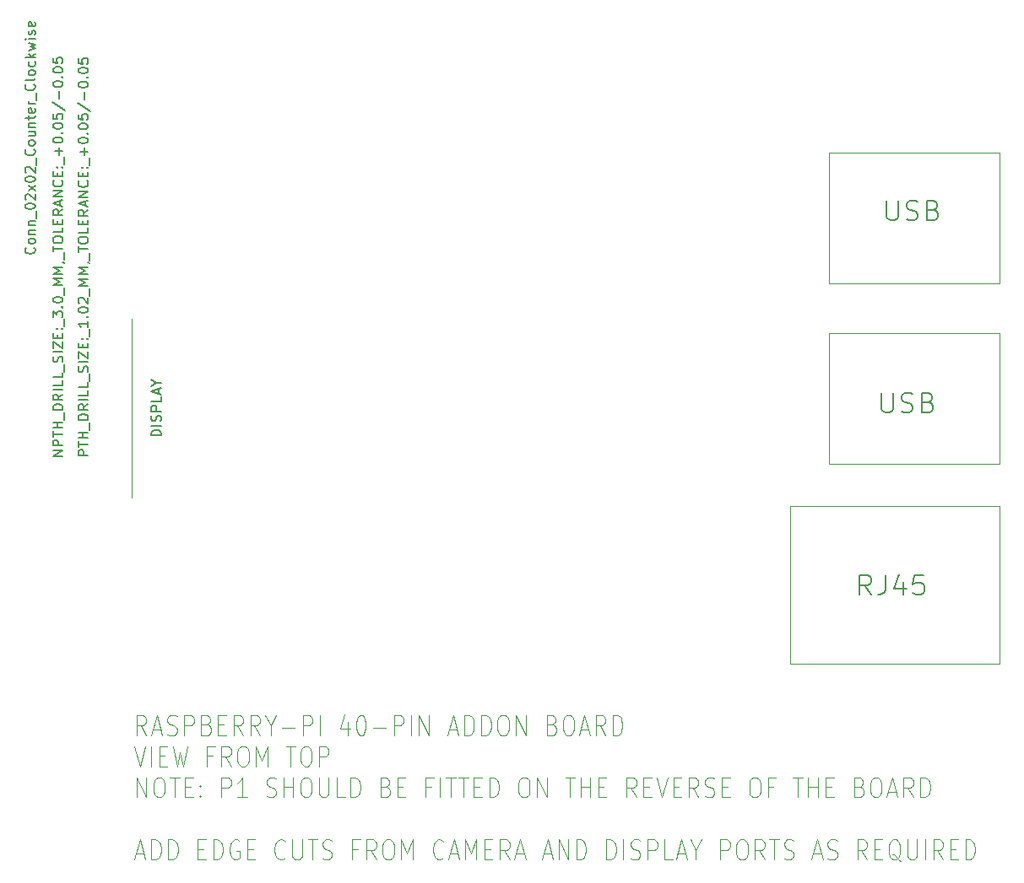
<source format=gbr>
G04 #@! TF.GenerationSoftware,KiCad,Pcbnew,5.1.10-88a1d61d58~88~ubuntu20.04.1*
G04 #@! TF.CreationDate,2021-06-08T22:25:17-06:00*
G04 #@! TF.ProjectId,raspberrypi-led-hat-2,72617370-6265-4727-9279-70692d6c6564,rev?*
G04 #@! TF.SameCoordinates,Original*
G04 #@! TF.FileFunction,OtherDrawing,Comment*
%FSLAX46Y46*%
G04 Gerber Fmt 4.6, Leading zero omitted, Abs format (unit mm)*
G04 Created by KiCad (PCBNEW 5.1.10-88a1d61d58~88~ubuntu20.04.1) date 2021-06-08 22:25:17*
%MOMM*%
%LPD*%
G01*
G04 APERTURE LIST*
%ADD10C,0.100000*%
%ADD11C,0.150000*%
%ADD12C,0.120000*%
G04 APERTURE END LIST*
D10*
X200000000Y-113000000D02*
X200000000Y-131000000D01*
D11*
X202952380Y-124738095D02*
X201952380Y-124738095D01*
X201952380Y-124500000D01*
X202000000Y-124357142D01*
X202095238Y-124261904D01*
X202190476Y-124214285D01*
X202380952Y-124166666D01*
X202523809Y-124166666D01*
X202714285Y-124214285D01*
X202809523Y-124261904D01*
X202904761Y-124357142D01*
X202952380Y-124500000D01*
X202952380Y-124738095D01*
X202952380Y-123738095D02*
X201952380Y-123738095D01*
X202904761Y-123309523D02*
X202952380Y-123166666D01*
X202952380Y-122928571D01*
X202904761Y-122833333D01*
X202857142Y-122785714D01*
X202761904Y-122738095D01*
X202666666Y-122738095D01*
X202571428Y-122785714D01*
X202523809Y-122833333D01*
X202476190Y-122928571D01*
X202428571Y-123119047D01*
X202380952Y-123214285D01*
X202333333Y-123261904D01*
X202238095Y-123309523D01*
X202142857Y-123309523D01*
X202047619Y-123261904D01*
X202000000Y-123214285D01*
X201952380Y-123119047D01*
X201952380Y-122880952D01*
X202000000Y-122738095D01*
X202952380Y-122309523D02*
X201952380Y-122309523D01*
X201952380Y-121928571D01*
X202000000Y-121833333D01*
X202047619Y-121785714D01*
X202142857Y-121738095D01*
X202285714Y-121738095D01*
X202380952Y-121785714D01*
X202428571Y-121833333D01*
X202476190Y-121928571D01*
X202476190Y-122309523D01*
X202952380Y-120833333D02*
X202952380Y-121309523D01*
X201952380Y-121309523D01*
X202666666Y-120547619D02*
X202666666Y-120071428D01*
X202952380Y-120642857D02*
X201952380Y-120309523D01*
X202952380Y-119976190D01*
X202476190Y-119452380D02*
X202952380Y-119452380D01*
X201952380Y-119785714D02*
X202476190Y-119452380D01*
X201952380Y-119119047D01*
X274152380Y-140744761D02*
X273485714Y-139792380D01*
X273009523Y-140744761D02*
X273009523Y-138744761D01*
X273771428Y-138744761D01*
X273961904Y-138840000D01*
X274057142Y-138935238D01*
X274152380Y-139125714D01*
X274152380Y-139411428D01*
X274057142Y-139601904D01*
X273961904Y-139697142D01*
X273771428Y-139792380D01*
X273009523Y-139792380D01*
X275580952Y-138744761D02*
X275580952Y-140173333D01*
X275485714Y-140459047D01*
X275295238Y-140649523D01*
X275009523Y-140744761D01*
X274819047Y-140744761D01*
X277390476Y-139411428D02*
X277390476Y-140744761D01*
X276914285Y-138649523D02*
X276438095Y-140078095D01*
X277676190Y-140078095D01*
X279390476Y-138744761D02*
X278438095Y-138744761D01*
X278342857Y-139697142D01*
X278438095Y-139601904D01*
X278628571Y-139506666D01*
X279104761Y-139506666D01*
X279295238Y-139601904D01*
X279390476Y-139697142D01*
X279485714Y-139887619D01*
X279485714Y-140363809D01*
X279390476Y-140554285D01*
X279295238Y-140649523D01*
X279104761Y-140744761D01*
X278628571Y-140744761D01*
X278438095Y-140649523D01*
X278342857Y-140554285D01*
X275200190Y-120456761D02*
X275200190Y-122075809D01*
X275295428Y-122266285D01*
X275390666Y-122361523D01*
X275581142Y-122456761D01*
X275962095Y-122456761D01*
X276152571Y-122361523D01*
X276247809Y-122266285D01*
X276343047Y-122075809D01*
X276343047Y-120456761D01*
X277200190Y-122361523D02*
X277485904Y-122456761D01*
X277962095Y-122456761D01*
X278152571Y-122361523D01*
X278247809Y-122266285D01*
X278343047Y-122075809D01*
X278343047Y-121885333D01*
X278247809Y-121694857D01*
X278152571Y-121599619D01*
X277962095Y-121504380D01*
X277581142Y-121409142D01*
X277390666Y-121313904D01*
X277295428Y-121218666D01*
X277200190Y-121028190D01*
X277200190Y-120837714D01*
X277295428Y-120647238D01*
X277390666Y-120552000D01*
X277581142Y-120456761D01*
X278057333Y-120456761D01*
X278343047Y-120552000D01*
X279866857Y-121409142D02*
X280152571Y-121504380D01*
X280247809Y-121599619D01*
X280343047Y-121790095D01*
X280343047Y-122075809D01*
X280247809Y-122266285D01*
X280152571Y-122361523D01*
X279962095Y-122456761D01*
X279200190Y-122456761D01*
X279200190Y-120456761D01*
X279866857Y-120456761D01*
X280057333Y-120552000D01*
X280152571Y-120647238D01*
X280247809Y-120837714D01*
X280247809Y-121028190D01*
X280152571Y-121218666D01*
X280057333Y-121313904D01*
X279866857Y-121409142D01*
X279200190Y-121409142D01*
X275708190Y-101152761D02*
X275708190Y-102771809D01*
X275803428Y-102962285D01*
X275898666Y-103057523D01*
X276089142Y-103152761D01*
X276470095Y-103152761D01*
X276660571Y-103057523D01*
X276755809Y-102962285D01*
X276851047Y-102771809D01*
X276851047Y-101152761D01*
X277708190Y-103057523D02*
X277993904Y-103152761D01*
X278470095Y-103152761D01*
X278660571Y-103057523D01*
X278755809Y-102962285D01*
X278851047Y-102771809D01*
X278851047Y-102581333D01*
X278755809Y-102390857D01*
X278660571Y-102295619D01*
X278470095Y-102200380D01*
X278089142Y-102105142D01*
X277898666Y-102009904D01*
X277803428Y-101914666D01*
X277708190Y-101724190D01*
X277708190Y-101533714D01*
X277803428Y-101343238D01*
X277898666Y-101248000D01*
X278089142Y-101152761D01*
X278565333Y-101152761D01*
X278851047Y-101248000D01*
X280374857Y-102105142D02*
X280660571Y-102200380D01*
X280755809Y-102295619D01*
X280851047Y-102486095D01*
X280851047Y-102771809D01*
X280755809Y-102962285D01*
X280660571Y-103057523D01*
X280470095Y-103152761D01*
X279708190Y-103152761D01*
X279708190Y-101152761D01*
X280374857Y-101152761D01*
X280565333Y-101248000D01*
X280660571Y-101343238D01*
X280755809Y-101533714D01*
X280755809Y-101724190D01*
X280660571Y-101914666D01*
X280565333Y-102009904D01*
X280374857Y-102105142D01*
X279708190Y-102105142D01*
D10*
X269900000Y-114450000D02*
X287000000Y-114450000D01*
X269900000Y-127550000D02*
X269900000Y-114450000D01*
X287000000Y-127550000D02*
X269900000Y-127550000D01*
X287000000Y-114450000D02*
X287000000Y-127550000D01*
X266000000Y-147675000D02*
X266000000Y-131825000D01*
X287000000Y-147675000D02*
X266000000Y-147675000D01*
X287000000Y-131825000D02*
X287000000Y-147675000D01*
X266000000Y-131825000D02*
X287000000Y-131825000D01*
X269900000Y-109455925D02*
X269900000Y-96355925D01*
X287000000Y-109455925D02*
X269900000Y-109455925D01*
X287000000Y-96355925D02*
X287000000Y-109455925D01*
X269900000Y-96355925D02*
X287000000Y-96355925D01*
D12*
X201454190Y-154824761D02*
X200887523Y-153872380D01*
X200482761Y-154824761D02*
X200482761Y-152824761D01*
X201130380Y-152824761D01*
X201292285Y-152920000D01*
X201373238Y-153015238D01*
X201454190Y-153205714D01*
X201454190Y-153491428D01*
X201373238Y-153681904D01*
X201292285Y-153777142D01*
X201130380Y-153872380D01*
X200482761Y-153872380D01*
X202101809Y-154253333D02*
X202911333Y-154253333D01*
X201939904Y-154824761D02*
X202506571Y-152824761D01*
X203073238Y-154824761D01*
X203558952Y-154729523D02*
X203801809Y-154824761D01*
X204206571Y-154824761D01*
X204368476Y-154729523D01*
X204449428Y-154634285D01*
X204530380Y-154443809D01*
X204530380Y-154253333D01*
X204449428Y-154062857D01*
X204368476Y-153967619D01*
X204206571Y-153872380D01*
X203882761Y-153777142D01*
X203720857Y-153681904D01*
X203639904Y-153586666D01*
X203558952Y-153396190D01*
X203558952Y-153205714D01*
X203639904Y-153015238D01*
X203720857Y-152920000D01*
X203882761Y-152824761D01*
X204287523Y-152824761D01*
X204530380Y-152920000D01*
X205258952Y-154824761D02*
X205258952Y-152824761D01*
X205906571Y-152824761D01*
X206068476Y-152920000D01*
X206149428Y-153015238D01*
X206230380Y-153205714D01*
X206230380Y-153491428D01*
X206149428Y-153681904D01*
X206068476Y-153777142D01*
X205906571Y-153872380D01*
X205258952Y-153872380D01*
X207525619Y-153777142D02*
X207768476Y-153872380D01*
X207849428Y-153967619D01*
X207930380Y-154158095D01*
X207930380Y-154443809D01*
X207849428Y-154634285D01*
X207768476Y-154729523D01*
X207606571Y-154824761D01*
X206958952Y-154824761D01*
X206958952Y-152824761D01*
X207525619Y-152824761D01*
X207687523Y-152920000D01*
X207768476Y-153015238D01*
X207849428Y-153205714D01*
X207849428Y-153396190D01*
X207768476Y-153586666D01*
X207687523Y-153681904D01*
X207525619Y-153777142D01*
X206958952Y-153777142D01*
X208658952Y-153777142D02*
X209225619Y-153777142D01*
X209468476Y-154824761D02*
X208658952Y-154824761D01*
X208658952Y-152824761D01*
X209468476Y-152824761D01*
X211168476Y-154824761D02*
X210601809Y-153872380D01*
X210197047Y-154824761D02*
X210197047Y-152824761D01*
X210844666Y-152824761D01*
X211006571Y-152920000D01*
X211087523Y-153015238D01*
X211168476Y-153205714D01*
X211168476Y-153491428D01*
X211087523Y-153681904D01*
X211006571Y-153777142D01*
X210844666Y-153872380D01*
X210197047Y-153872380D01*
X212868476Y-154824761D02*
X212301809Y-153872380D01*
X211897047Y-154824761D02*
X211897047Y-152824761D01*
X212544666Y-152824761D01*
X212706571Y-152920000D01*
X212787523Y-153015238D01*
X212868476Y-153205714D01*
X212868476Y-153491428D01*
X212787523Y-153681904D01*
X212706571Y-153777142D01*
X212544666Y-153872380D01*
X211897047Y-153872380D01*
X213920857Y-153872380D02*
X213920857Y-154824761D01*
X213354190Y-152824761D02*
X213920857Y-153872380D01*
X214487523Y-152824761D01*
X215054190Y-154062857D02*
X216349428Y-154062857D01*
X217158952Y-154824761D02*
X217158952Y-152824761D01*
X217806571Y-152824761D01*
X217968476Y-152920000D01*
X218049428Y-153015238D01*
X218130380Y-153205714D01*
X218130380Y-153491428D01*
X218049428Y-153681904D01*
X217968476Y-153777142D01*
X217806571Y-153872380D01*
X217158952Y-153872380D01*
X218858952Y-154824761D02*
X218858952Y-152824761D01*
X221692285Y-153491428D02*
X221692285Y-154824761D01*
X221287523Y-152729523D02*
X220882761Y-154158095D01*
X221935142Y-154158095D01*
X222906571Y-152824761D02*
X223068476Y-152824761D01*
X223230380Y-152920000D01*
X223311333Y-153015238D01*
X223392285Y-153205714D01*
X223473238Y-153586666D01*
X223473238Y-154062857D01*
X223392285Y-154443809D01*
X223311333Y-154634285D01*
X223230380Y-154729523D01*
X223068476Y-154824761D01*
X222906571Y-154824761D01*
X222744666Y-154729523D01*
X222663714Y-154634285D01*
X222582761Y-154443809D01*
X222501809Y-154062857D01*
X222501809Y-153586666D01*
X222582761Y-153205714D01*
X222663714Y-153015238D01*
X222744666Y-152920000D01*
X222906571Y-152824761D01*
X224201809Y-154062857D02*
X225497047Y-154062857D01*
X226306571Y-154824761D02*
X226306571Y-152824761D01*
X226954190Y-152824761D01*
X227116095Y-152920000D01*
X227197047Y-153015238D01*
X227278000Y-153205714D01*
X227278000Y-153491428D01*
X227197047Y-153681904D01*
X227116095Y-153777142D01*
X226954190Y-153872380D01*
X226306571Y-153872380D01*
X228006571Y-154824761D02*
X228006571Y-152824761D01*
X228816095Y-154824761D02*
X228816095Y-152824761D01*
X229787523Y-154824761D01*
X229787523Y-152824761D01*
X231811333Y-154253333D02*
X232620857Y-154253333D01*
X231649428Y-154824761D02*
X232216095Y-152824761D01*
X232782761Y-154824761D01*
X233349428Y-154824761D02*
X233349428Y-152824761D01*
X233754190Y-152824761D01*
X233997047Y-152920000D01*
X234158952Y-153110476D01*
X234239904Y-153300952D01*
X234320857Y-153681904D01*
X234320857Y-153967619D01*
X234239904Y-154348571D01*
X234158952Y-154539047D01*
X233997047Y-154729523D01*
X233754190Y-154824761D01*
X233349428Y-154824761D01*
X235049428Y-154824761D02*
X235049428Y-152824761D01*
X235454190Y-152824761D01*
X235697047Y-152920000D01*
X235858952Y-153110476D01*
X235939904Y-153300952D01*
X236020857Y-153681904D01*
X236020857Y-153967619D01*
X235939904Y-154348571D01*
X235858952Y-154539047D01*
X235697047Y-154729523D01*
X235454190Y-154824761D01*
X235049428Y-154824761D01*
X237073238Y-152824761D02*
X237397047Y-152824761D01*
X237558952Y-152920000D01*
X237720857Y-153110476D01*
X237801809Y-153491428D01*
X237801809Y-154158095D01*
X237720857Y-154539047D01*
X237558952Y-154729523D01*
X237397047Y-154824761D01*
X237073238Y-154824761D01*
X236911333Y-154729523D01*
X236749428Y-154539047D01*
X236668476Y-154158095D01*
X236668476Y-153491428D01*
X236749428Y-153110476D01*
X236911333Y-152920000D01*
X237073238Y-152824761D01*
X238530380Y-154824761D02*
X238530380Y-152824761D01*
X239501809Y-154824761D01*
X239501809Y-152824761D01*
X242173238Y-153777142D02*
X242416095Y-153872380D01*
X242497047Y-153967619D01*
X242578000Y-154158095D01*
X242578000Y-154443809D01*
X242497047Y-154634285D01*
X242416095Y-154729523D01*
X242254190Y-154824761D01*
X241606571Y-154824761D01*
X241606571Y-152824761D01*
X242173238Y-152824761D01*
X242335142Y-152920000D01*
X242416095Y-153015238D01*
X242497047Y-153205714D01*
X242497047Y-153396190D01*
X242416095Y-153586666D01*
X242335142Y-153681904D01*
X242173238Y-153777142D01*
X241606571Y-153777142D01*
X243630380Y-152824761D02*
X243954190Y-152824761D01*
X244116095Y-152920000D01*
X244278000Y-153110476D01*
X244358952Y-153491428D01*
X244358952Y-154158095D01*
X244278000Y-154539047D01*
X244116095Y-154729523D01*
X243954190Y-154824761D01*
X243630380Y-154824761D01*
X243468476Y-154729523D01*
X243306571Y-154539047D01*
X243225619Y-154158095D01*
X243225619Y-153491428D01*
X243306571Y-153110476D01*
X243468476Y-152920000D01*
X243630380Y-152824761D01*
X245006571Y-154253333D02*
X245816095Y-154253333D01*
X244844666Y-154824761D02*
X245411333Y-152824761D01*
X245978000Y-154824761D01*
X247516095Y-154824761D02*
X246949428Y-153872380D01*
X246544666Y-154824761D02*
X246544666Y-152824761D01*
X247192285Y-152824761D01*
X247354190Y-152920000D01*
X247435142Y-153015238D01*
X247516095Y-153205714D01*
X247516095Y-153491428D01*
X247435142Y-153681904D01*
X247354190Y-153777142D01*
X247192285Y-153872380D01*
X246544666Y-153872380D01*
X248244666Y-154824761D02*
X248244666Y-152824761D01*
X248649428Y-152824761D01*
X248892285Y-152920000D01*
X249054190Y-153110476D01*
X249135142Y-153300952D01*
X249216095Y-153681904D01*
X249216095Y-153967619D01*
X249135142Y-154348571D01*
X249054190Y-154539047D01*
X248892285Y-154729523D01*
X248649428Y-154824761D01*
X248244666Y-154824761D01*
X200239904Y-155944761D02*
X200806571Y-157944761D01*
X201373238Y-155944761D01*
X201939904Y-157944761D02*
X201939904Y-155944761D01*
X202749428Y-156897142D02*
X203316095Y-156897142D01*
X203558952Y-157944761D02*
X202749428Y-157944761D01*
X202749428Y-155944761D01*
X203558952Y-155944761D01*
X204125619Y-155944761D02*
X204530380Y-157944761D01*
X204854190Y-156516190D01*
X205178000Y-157944761D01*
X205582761Y-155944761D01*
X208092285Y-156897142D02*
X207525619Y-156897142D01*
X207525619Y-157944761D02*
X207525619Y-155944761D01*
X208335142Y-155944761D01*
X209954190Y-157944761D02*
X209387523Y-156992380D01*
X208982761Y-157944761D02*
X208982761Y-155944761D01*
X209630380Y-155944761D01*
X209792285Y-156040000D01*
X209873238Y-156135238D01*
X209954190Y-156325714D01*
X209954190Y-156611428D01*
X209873238Y-156801904D01*
X209792285Y-156897142D01*
X209630380Y-156992380D01*
X208982761Y-156992380D01*
X211006571Y-155944761D02*
X211330380Y-155944761D01*
X211492285Y-156040000D01*
X211654190Y-156230476D01*
X211735142Y-156611428D01*
X211735142Y-157278095D01*
X211654190Y-157659047D01*
X211492285Y-157849523D01*
X211330380Y-157944761D01*
X211006571Y-157944761D01*
X210844666Y-157849523D01*
X210682761Y-157659047D01*
X210601809Y-157278095D01*
X210601809Y-156611428D01*
X210682761Y-156230476D01*
X210844666Y-156040000D01*
X211006571Y-155944761D01*
X212463714Y-157944761D02*
X212463714Y-155944761D01*
X213030380Y-157373333D01*
X213597047Y-155944761D01*
X213597047Y-157944761D01*
X215458952Y-155944761D02*
X216430380Y-155944761D01*
X215944666Y-157944761D02*
X215944666Y-155944761D01*
X217320857Y-155944761D02*
X217644666Y-155944761D01*
X217806571Y-156040000D01*
X217968476Y-156230476D01*
X218049428Y-156611428D01*
X218049428Y-157278095D01*
X217968476Y-157659047D01*
X217806571Y-157849523D01*
X217644666Y-157944761D01*
X217320857Y-157944761D01*
X217158952Y-157849523D01*
X216997047Y-157659047D01*
X216916095Y-157278095D01*
X216916095Y-156611428D01*
X216997047Y-156230476D01*
X217158952Y-156040000D01*
X217320857Y-155944761D01*
X218778000Y-157944761D02*
X218778000Y-155944761D01*
X219425619Y-155944761D01*
X219587523Y-156040000D01*
X219668476Y-156135238D01*
X219749428Y-156325714D01*
X219749428Y-156611428D01*
X219668476Y-156801904D01*
X219587523Y-156897142D01*
X219425619Y-156992380D01*
X218778000Y-156992380D01*
X200482761Y-161064761D02*
X200482761Y-159064761D01*
X201454190Y-161064761D01*
X201454190Y-159064761D01*
X202587523Y-159064761D02*
X202911333Y-159064761D01*
X203073238Y-159160000D01*
X203235142Y-159350476D01*
X203316095Y-159731428D01*
X203316095Y-160398095D01*
X203235142Y-160779047D01*
X203073238Y-160969523D01*
X202911333Y-161064761D01*
X202587523Y-161064761D01*
X202425619Y-160969523D01*
X202263714Y-160779047D01*
X202182761Y-160398095D01*
X202182761Y-159731428D01*
X202263714Y-159350476D01*
X202425619Y-159160000D01*
X202587523Y-159064761D01*
X203801809Y-159064761D02*
X204773238Y-159064761D01*
X204287523Y-161064761D02*
X204287523Y-159064761D01*
X205339904Y-160017142D02*
X205906571Y-160017142D01*
X206149428Y-161064761D02*
X205339904Y-161064761D01*
X205339904Y-159064761D01*
X206149428Y-159064761D01*
X206878000Y-160874285D02*
X206958952Y-160969523D01*
X206878000Y-161064761D01*
X206797047Y-160969523D01*
X206878000Y-160874285D01*
X206878000Y-161064761D01*
X206878000Y-159826666D02*
X206958952Y-159921904D01*
X206878000Y-160017142D01*
X206797047Y-159921904D01*
X206878000Y-159826666D01*
X206878000Y-160017142D01*
X208982761Y-161064761D02*
X208982761Y-159064761D01*
X209630380Y-159064761D01*
X209792285Y-159160000D01*
X209873238Y-159255238D01*
X209954190Y-159445714D01*
X209954190Y-159731428D01*
X209873238Y-159921904D01*
X209792285Y-160017142D01*
X209630380Y-160112380D01*
X208982761Y-160112380D01*
X211573238Y-161064761D02*
X210601809Y-161064761D01*
X211087523Y-161064761D02*
X211087523Y-159064761D01*
X210925619Y-159350476D01*
X210763714Y-159540952D01*
X210601809Y-159636190D01*
X213516095Y-160969523D02*
X213758952Y-161064761D01*
X214163714Y-161064761D01*
X214325619Y-160969523D01*
X214406571Y-160874285D01*
X214487523Y-160683809D01*
X214487523Y-160493333D01*
X214406571Y-160302857D01*
X214325619Y-160207619D01*
X214163714Y-160112380D01*
X213839904Y-160017142D01*
X213678000Y-159921904D01*
X213597047Y-159826666D01*
X213516095Y-159636190D01*
X213516095Y-159445714D01*
X213597047Y-159255238D01*
X213678000Y-159160000D01*
X213839904Y-159064761D01*
X214244666Y-159064761D01*
X214487523Y-159160000D01*
X215216095Y-161064761D02*
X215216095Y-159064761D01*
X215216095Y-160017142D02*
X216187523Y-160017142D01*
X216187523Y-161064761D02*
X216187523Y-159064761D01*
X217320857Y-159064761D02*
X217644666Y-159064761D01*
X217806571Y-159160000D01*
X217968476Y-159350476D01*
X218049428Y-159731428D01*
X218049428Y-160398095D01*
X217968476Y-160779047D01*
X217806571Y-160969523D01*
X217644666Y-161064761D01*
X217320857Y-161064761D01*
X217158952Y-160969523D01*
X216997047Y-160779047D01*
X216916095Y-160398095D01*
X216916095Y-159731428D01*
X216997047Y-159350476D01*
X217158952Y-159160000D01*
X217320857Y-159064761D01*
X218778000Y-159064761D02*
X218778000Y-160683809D01*
X218858952Y-160874285D01*
X218939904Y-160969523D01*
X219101809Y-161064761D01*
X219425619Y-161064761D01*
X219587523Y-160969523D01*
X219668476Y-160874285D01*
X219749428Y-160683809D01*
X219749428Y-159064761D01*
X221368476Y-161064761D02*
X220558952Y-161064761D01*
X220558952Y-159064761D01*
X221935142Y-161064761D02*
X221935142Y-159064761D01*
X222339904Y-159064761D01*
X222582761Y-159160000D01*
X222744666Y-159350476D01*
X222825619Y-159540952D01*
X222906571Y-159921904D01*
X222906571Y-160207619D01*
X222825619Y-160588571D01*
X222744666Y-160779047D01*
X222582761Y-160969523D01*
X222339904Y-161064761D01*
X221935142Y-161064761D01*
X225497047Y-160017142D02*
X225739904Y-160112380D01*
X225820857Y-160207619D01*
X225901809Y-160398095D01*
X225901809Y-160683809D01*
X225820857Y-160874285D01*
X225739904Y-160969523D01*
X225578000Y-161064761D01*
X224930380Y-161064761D01*
X224930380Y-159064761D01*
X225497047Y-159064761D01*
X225658952Y-159160000D01*
X225739904Y-159255238D01*
X225820857Y-159445714D01*
X225820857Y-159636190D01*
X225739904Y-159826666D01*
X225658952Y-159921904D01*
X225497047Y-160017142D01*
X224930380Y-160017142D01*
X226630380Y-160017142D02*
X227197047Y-160017142D01*
X227439904Y-161064761D02*
X226630380Y-161064761D01*
X226630380Y-159064761D01*
X227439904Y-159064761D01*
X230030380Y-160017142D02*
X229463714Y-160017142D01*
X229463714Y-161064761D02*
X229463714Y-159064761D01*
X230273238Y-159064761D01*
X230920857Y-161064761D02*
X230920857Y-159064761D01*
X231487523Y-159064761D02*
X232458952Y-159064761D01*
X231973238Y-161064761D02*
X231973238Y-159064761D01*
X232782761Y-159064761D02*
X233754190Y-159064761D01*
X233268476Y-161064761D02*
X233268476Y-159064761D01*
X234320857Y-160017142D02*
X234887523Y-160017142D01*
X235130380Y-161064761D02*
X234320857Y-161064761D01*
X234320857Y-159064761D01*
X235130380Y-159064761D01*
X235858952Y-161064761D02*
X235858952Y-159064761D01*
X236263714Y-159064761D01*
X236506571Y-159160000D01*
X236668476Y-159350476D01*
X236749428Y-159540952D01*
X236830380Y-159921904D01*
X236830380Y-160207619D01*
X236749428Y-160588571D01*
X236668476Y-160779047D01*
X236506571Y-160969523D01*
X236263714Y-161064761D01*
X235858952Y-161064761D01*
X239178000Y-159064761D02*
X239501809Y-159064761D01*
X239663714Y-159160000D01*
X239825619Y-159350476D01*
X239906571Y-159731428D01*
X239906571Y-160398095D01*
X239825619Y-160779047D01*
X239663714Y-160969523D01*
X239501809Y-161064761D01*
X239178000Y-161064761D01*
X239016095Y-160969523D01*
X238854190Y-160779047D01*
X238773238Y-160398095D01*
X238773238Y-159731428D01*
X238854190Y-159350476D01*
X239016095Y-159160000D01*
X239178000Y-159064761D01*
X240635142Y-161064761D02*
X240635142Y-159064761D01*
X241606571Y-161064761D01*
X241606571Y-159064761D01*
X243468476Y-159064761D02*
X244439904Y-159064761D01*
X243954190Y-161064761D02*
X243954190Y-159064761D01*
X245006571Y-161064761D02*
X245006571Y-159064761D01*
X245006571Y-160017142D02*
X245978000Y-160017142D01*
X245978000Y-161064761D02*
X245978000Y-159064761D01*
X246787523Y-160017142D02*
X247354190Y-160017142D01*
X247597047Y-161064761D02*
X246787523Y-161064761D01*
X246787523Y-159064761D01*
X247597047Y-159064761D01*
X250592285Y-161064761D02*
X250025619Y-160112380D01*
X249620857Y-161064761D02*
X249620857Y-159064761D01*
X250268476Y-159064761D01*
X250430380Y-159160000D01*
X250511333Y-159255238D01*
X250592285Y-159445714D01*
X250592285Y-159731428D01*
X250511333Y-159921904D01*
X250430380Y-160017142D01*
X250268476Y-160112380D01*
X249620857Y-160112380D01*
X251320857Y-160017142D02*
X251887523Y-160017142D01*
X252130380Y-161064761D02*
X251320857Y-161064761D01*
X251320857Y-159064761D01*
X252130380Y-159064761D01*
X252616095Y-159064761D02*
X253182761Y-161064761D01*
X253749428Y-159064761D01*
X254316095Y-160017142D02*
X254882761Y-160017142D01*
X255125619Y-161064761D02*
X254316095Y-161064761D01*
X254316095Y-159064761D01*
X255125619Y-159064761D01*
X256825619Y-161064761D02*
X256258952Y-160112380D01*
X255854190Y-161064761D02*
X255854190Y-159064761D01*
X256501809Y-159064761D01*
X256663714Y-159160000D01*
X256744666Y-159255238D01*
X256825619Y-159445714D01*
X256825619Y-159731428D01*
X256744666Y-159921904D01*
X256663714Y-160017142D01*
X256501809Y-160112380D01*
X255854190Y-160112380D01*
X257473238Y-160969523D02*
X257716095Y-161064761D01*
X258120857Y-161064761D01*
X258282761Y-160969523D01*
X258363714Y-160874285D01*
X258444666Y-160683809D01*
X258444666Y-160493333D01*
X258363714Y-160302857D01*
X258282761Y-160207619D01*
X258120857Y-160112380D01*
X257797047Y-160017142D01*
X257635142Y-159921904D01*
X257554190Y-159826666D01*
X257473238Y-159636190D01*
X257473238Y-159445714D01*
X257554190Y-159255238D01*
X257635142Y-159160000D01*
X257797047Y-159064761D01*
X258201809Y-159064761D01*
X258444666Y-159160000D01*
X259173238Y-160017142D02*
X259739904Y-160017142D01*
X259982761Y-161064761D02*
X259173238Y-161064761D01*
X259173238Y-159064761D01*
X259982761Y-159064761D01*
X262330380Y-159064761D02*
X262654190Y-159064761D01*
X262816095Y-159160000D01*
X262978000Y-159350476D01*
X263058952Y-159731428D01*
X263058952Y-160398095D01*
X262978000Y-160779047D01*
X262816095Y-160969523D01*
X262654190Y-161064761D01*
X262330380Y-161064761D01*
X262168476Y-160969523D01*
X262006571Y-160779047D01*
X261925619Y-160398095D01*
X261925619Y-159731428D01*
X262006571Y-159350476D01*
X262168476Y-159160000D01*
X262330380Y-159064761D01*
X264354190Y-160017142D02*
X263787523Y-160017142D01*
X263787523Y-161064761D02*
X263787523Y-159064761D01*
X264597047Y-159064761D01*
X266297047Y-159064761D02*
X267268476Y-159064761D01*
X266782761Y-161064761D02*
X266782761Y-159064761D01*
X267835142Y-161064761D02*
X267835142Y-159064761D01*
X267835142Y-160017142D02*
X268806571Y-160017142D01*
X268806571Y-161064761D02*
X268806571Y-159064761D01*
X269616095Y-160017142D02*
X270182761Y-160017142D01*
X270425619Y-161064761D02*
X269616095Y-161064761D01*
X269616095Y-159064761D01*
X270425619Y-159064761D01*
X273016095Y-160017142D02*
X273258952Y-160112380D01*
X273339904Y-160207619D01*
X273420857Y-160398095D01*
X273420857Y-160683809D01*
X273339904Y-160874285D01*
X273258952Y-160969523D01*
X273097047Y-161064761D01*
X272449428Y-161064761D01*
X272449428Y-159064761D01*
X273016095Y-159064761D01*
X273178000Y-159160000D01*
X273258952Y-159255238D01*
X273339904Y-159445714D01*
X273339904Y-159636190D01*
X273258952Y-159826666D01*
X273178000Y-159921904D01*
X273016095Y-160017142D01*
X272449428Y-160017142D01*
X274473238Y-159064761D02*
X274797047Y-159064761D01*
X274958952Y-159160000D01*
X275120857Y-159350476D01*
X275201809Y-159731428D01*
X275201809Y-160398095D01*
X275120857Y-160779047D01*
X274958952Y-160969523D01*
X274797047Y-161064761D01*
X274473238Y-161064761D01*
X274311333Y-160969523D01*
X274149428Y-160779047D01*
X274068476Y-160398095D01*
X274068476Y-159731428D01*
X274149428Y-159350476D01*
X274311333Y-159160000D01*
X274473238Y-159064761D01*
X275849428Y-160493333D02*
X276658952Y-160493333D01*
X275687523Y-161064761D02*
X276254190Y-159064761D01*
X276820857Y-161064761D01*
X278358952Y-161064761D02*
X277792285Y-160112380D01*
X277387523Y-161064761D02*
X277387523Y-159064761D01*
X278035142Y-159064761D01*
X278197047Y-159160000D01*
X278278000Y-159255238D01*
X278358952Y-159445714D01*
X278358952Y-159731428D01*
X278278000Y-159921904D01*
X278197047Y-160017142D01*
X278035142Y-160112380D01*
X277387523Y-160112380D01*
X279087523Y-161064761D02*
X279087523Y-159064761D01*
X279492285Y-159064761D01*
X279735142Y-159160000D01*
X279897047Y-159350476D01*
X279978000Y-159540952D01*
X280058952Y-159921904D01*
X280058952Y-160207619D01*
X279978000Y-160588571D01*
X279897047Y-160779047D01*
X279735142Y-160969523D01*
X279492285Y-161064761D01*
X279087523Y-161064761D01*
X200401809Y-166733333D02*
X201211333Y-166733333D01*
X200239904Y-167304761D02*
X200806571Y-165304761D01*
X201373238Y-167304761D01*
X201939904Y-167304761D02*
X201939904Y-165304761D01*
X202344666Y-165304761D01*
X202587523Y-165400000D01*
X202749428Y-165590476D01*
X202830380Y-165780952D01*
X202911333Y-166161904D01*
X202911333Y-166447619D01*
X202830380Y-166828571D01*
X202749428Y-167019047D01*
X202587523Y-167209523D01*
X202344666Y-167304761D01*
X201939904Y-167304761D01*
X203639904Y-167304761D02*
X203639904Y-165304761D01*
X204044666Y-165304761D01*
X204287523Y-165400000D01*
X204449428Y-165590476D01*
X204530380Y-165780952D01*
X204611333Y-166161904D01*
X204611333Y-166447619D01*
X204530380Y-166828571D01*
X204449428Y-167019047D01*
X204287523Y-167209523D01*
X204044666Y-167304761D01*
X203639904Y-167304761D01*
X206635142Y-166257142D02*
X207201809Y-166257142D01*
X207444666Y-167304761D02*
X206635142Y-167304761D01*
X206635142Y-165304761D01*
X207444666Y-165304761D01*
X208173238Y-167304761D02*
X208173238Y-165304761D01*
X208578000Y-165304761D01*
X208820857Y-165400000D01*
X208982761Y-165590476D01*
X209063714Y-165780952D01*
X209144666Y-166161904D01*
X209144666Y-166447619D01*
X209063714Y-166828571D01*
X208982761Y-167019047D01*
X208820857Y-167209523D01*
X208578000Y-167304761D01*
X208173238Y-167304761D01*
X210763714Y-165400000D02*
X210601809Y-165304761D01*
X210358952Y-165304761D01*
X210116095Y-165400000D01*
X209954190Y-165590476D01*
X209873238Y-165780952D01*
X209792285Y-166161904D01*
X209792285Y-166447619D01*
X209873238Y-166828571D01*
X209954190Y-167019047D01*
X210116095Y-167209523D01*
X210358952Y-167304761D01*
X210520857Y-167304761D01*
X210763714Y-167209523D01*
X210844666Y-167114285D01*
X210844666Y-166447619D01*
X210520857Y-166447619D01*
X211573238Y-166257142D02*
X212139904Y-166257142D01*
X212382761Y-167304761D02*
X211573238Y-167304761D01*
X211573238Y-165304761D01*
X212382761Y-165304761D01*
X215378000Y-167114285D02*
X215297047Y-167209523D01*
X215054190Y-167304761D01*
X214892285Y-167304761D01*
X214649428Y-167209523D01*
X214487523Y-167019047D01*
X214406571Y-166828571D01*
X214325619Y-166447619D01*
X214325619Y-166161904D01*
X214406571Y-165780952D01*
X214487523Y-165590476D01*
X214649428Y-165400000D01*
X214892285Y-165304761D01*
X215054190Y-165304761D01*
X215297047Y-165400000D01*
X215378000Y-165495238D01*
X216106571Y-165304761D02*
X216106571Y-166923809D01*
X216187523Y-167114285D01*
X216268476Y-167209523D01*
X216430380Y-167304761D01*
X216754190Y-167304761D01*
X216916095Y-167209523D01*
X216997047Y-167114285D01*
X217078000Y-166923809D01*
X217078000Y-165304761D01*
X217644666Y-165304761D02*
X218616095Y-165304761D01*
X218130380Y-167304761D02*
X218130380Y-165304761D01*
X219101809Y-167209523D02*
X219344666Y-167304761D01*
X219749428Y-167304761D01*
X219911333Y-167209523D01*
X219992285Y-167114285D01*
X220073238Y-166923809D01*
X220073238Y-166733333D01*
X219992285Y-166542857D01*
X219911333Y-166447619D01*
X219749428Y-166352380D01*
X219425619Y-166257142D01*
X219263714Y-166161904D01*
X219182761Y-166066666D01*
X219101809Y-165876190D01*
X219101809Y-165685714D01*
X219182761Y-165495238D01*
X219263714Y-165400000D01*
X219425619Y-165304761D01*
X219830380Y-165304761D01*
X220073238Y-165400000D01*
X222663714Y-166257142D02*
X222097047Y-166257142D01*
X222097047Y-167304761D02*
X222097047Y-165304761D01*
X222906571Y-165304761D01*
X224525619Y-167304761D02*
X223958952Y-166352380D01*
X223554190Y-167304761D02*
X223554190Y-165304761D01*
X224201809Y-165304761D01*
X224363714Y-165400000D01*
X224444666Y-165495238D01*
X224525619Y-165685714D01*
X224525619Y-165971428D01*
X224444666Y-166161904D01*
X224363714Y-166257142D01*
X224201809Y-166352380D01*
X223554190Y-166352380D01*
X225578000Y-165304761D02*
X225901809Y-165304761D01*
X226063714Y-165400000D01*
X226225619Y-165590476D01*
X226306571Y-165971428D01*
X226306571Y-166638095D01*
X226225619Y-167019047D01*
X226063714Y-167209523D01*
X225901809Y-167304761D01*
X225578000Y-167304761D01*
X225416095Y-167209523D01*
X225254190Y-167019047D01*
X225173238Y-166638095D01*
X225173238Y-165971428D01*
X225254190Y-165590476D01*
X225416095Y-165400000D01*
X225578000Y-165304761D01*
X227035142Y-167304761D02*
X227035142Y-165304761D01*
X227601809Y-166733333D01*
X228168476Y-165304761D01*
X228168476Y-167304761D01*
X231244666Y-167114285D02*
X231163714Y-167209523D01*
X230920857Y-167304761D01*
X230758952Y-167304761D01*
X230516095Y-167209523D01*
X230354190Y-167019047D01*
X230273238Y-166828571D01*
X230192285Y-166447619D01*
X230192285Y-166161904D01*
X230273238Y-165780952D01*
X230354190Y-165590476D01*
X230516095Y-165400000D01*
X230758952Y-165304761D01*
X230920857Y-165304761D01*
X231163714Y-165400000D01*
X231244666Y-165495238D01*
X231892285Y-166733333D02*
X232701809Y-166733333D01*
X231730380Y-167304761D02*
X232297047Y-165304761D01*
X232863714Y-167304761D01*
X233430380Y-167304761D02*
X233430380Y-165304761D01*
X233997047Y-166733333D01*
X234563714Y-165304761D01*
X234563714Y-167304761D01*
X235373238Y-166257142D02*
X235939904Y-166257142D01*
X236182761Y-167304761D02*
X235373238Y-167304761D01*
X235373238Y-165304761D01*
X236182761Y-165304761D01*
X237882761Y-167304761D02*
X237316095Y-166352380D01*
X236911333Y-167304761D02*
X236911333Y-165304761D01*
X237558952Y-165304761D01*
X237720857Y-165400000D01*
X237801809Y-165495238D01*
X237882761Y-165685714D01*
X237882761Y-165971428D01*
X237801809Y-166161904D01*
X237720857Y-166257142D01*
X237558952Y-166352380D01*
X236911333Y-166352380D01*
X238530380Y-166733333D02*
X239339904Y-166733333D01*
X238368476Y-167304761D02*
X238935142Y-165304761D01*
X239501809Y-167304761D01*
X241282761Y-166733333D02*
X242092285Y-166733333D01*
X241120857Y-167304761D02*
X241687523Y-165304761D01*
X242254190Y-167304761D01*
X242820857Y-167304761D02*
X242820857Y-165304761D01*
X243792285Y-167304761D01*
X243792285Y-165304761D01*
X244601809Y-167304761D02*
X244601809Y-165304761D01*
X245006571Y-165304761D01*
X245249428Y-165400000D01*
X245411333Y-165590476D01*
X245492285Y-165780952D01*
X245573238Y-166161904D01*
X245573238Y-166447619D01*
X245492285Y-166828571D01*
X245411333Y-167019047D01*
X245249428Y-167209523D01*
X245006571Y-167304761D01*
X244601809Y-167304761D01*
X247597047Y-167304761D02*
X247597047Y-165304761D01*
X248001809Y-165304761D01*
X248244666Y-165400000D01*
X248406571Y-165590476D01*
X248487523Y-165780952D01*
X248568476Y-166161904D01*
X248568476Y-166447619D01*
X248487523Y-166828571D01*
X248406571Y-167019047D01*
X248244666Y-167209523D01*
X248001809Y-167304761D01*
X247597047Y-167304761D01*
X249297047Y-167304761D02*
X249297047Y-165304761D01*
X250025619Y-167209523D02*
X250268476Y-167304761D01*
X250673238Y-167304761D01*
X250835142Y-167209523D01*
X250916095Y-167114285D01*
X250997047Y-166923809D01*
X250997047Y-166733333D01*
X250916095Y-166542857D01*
X250835142Y-166447619D01*
X250673238Y-166352380D01*
X250349428Y-166257142D01*
X250187523Y-166161904D01*
X250106571Y-166066666D01*
X250025619Y-165876190D01*
X250025619Y-165685714D01*
X250106571Y-165495238D01*
X250187523Y-165400000D01*
X250349428Y-165304761D01*
X250754190Y-165304761D01*
X250997047Y-165400000D01*
X251725619Y-167304761D02*
X251725619Y-165304761D01*
X252373238Y-165304761D01*
X252535142Y-165400000D01*
X252616095Y-165495238D01*
X252697047Y-165685714D01*
X252697047Y-165971428D01*
X252616095Y-166161904D01*
X252535142Y-166257142D01*
X252373238Y-166352380D01*
X251725619Y-166352380D01*
X254235142Y-167304761D02*
X253425619Y-167304761D01*
X253425619Y-165304761D01*
X254720857Y-166733333D02*
X255530380Y-166733333D01*
X254558952Y-167304761D02*
X255125619Y-165304761D01*
X255692285Y-167304761D01*
X256582761Y-166352380D02*
X256582761Y-167304761D01*
X256016095Y-165304761D02*
X256582761Y-166352380D01*
X257149428Y-165304761D01*
X259011333Y-167304761D02*
X259011333Y-165304761D01*
X259658952Y-165304761D01*
X259820857Y-165400000D01*
X259901809Y-165495238D01*
X259982761Y-165685714D01*
X259982761Y-165971428D01*
X259901809Y-166161904D01*
X259820857Y-166257142D01*
X259658952Y-166352380D01*
X259011333Y-166352380D01*
X261035142Y-165304761D02*
X261358952Y-165304761D01*
X261520857Y-165400000D01*
X261682761Y-165590476D01*
X261763714Y-165971428D01*
X261763714Y-166638095D01*
X261682761Y-167019047D01*
X261520857Y-167209523D01*
X261358952Y-167304761D01*
X261035142Y-167304761D01*
X260873238Y-167209523D01*
X260711333Y-167019047D01*
X260630380Y-166638095D01*
X260630380Y-165971428D01*
X260711333Y-165590476D01*
X260873238Y-165400000D01*
X261035142Y-165304761D01*
X263463714Y-167304761D02*
X262897047Y-166352380D01*
X262492285Y-167304761D02*
X262492285Y-165304761D01*
X263139904Y-165304761D01*
X263301809Y-165400000D01*
X263382761Y-165495238D01*
X263463714Y-165685714D01*
X263463714Y-165971428D01*
X263382761Y-166161904D01*
X263301809Y-166257142D01*
X263139904Y-166352380D01*
X262492285Y-166352380D01*
X263949428Y-165304761D02*
X264920857Y-165304761D01*
X264435142Y-167304761D02*
X264435142Y-165304761D01*
X265406571Y-167209523D02*
X265649428Y-167304761D01*
X266054190Y-167304761D01*
X266216095Y-167209523D01*
X266297047Y-167114285D01*
X266378000Y-166923809D01*
X266378000Y-166733333D01*
X266297047Y-166542857D01*
X266216095Y-166447619D01*
X266054190Y-166352380D01*
X265730380Y-166257142D01*
X265568476Y-166161904D01*
X265487523Y-166066666D01*
X265406571Y-165876190D01*
X265406571Y-165685714D01*
X265487523Y-165495238D01*
X265568476Y-165400000D01*
X265730380Y-165304761D01*
X266135142Y-165304761D01*
X266378000Y-165400000D01*
X268320857Y-166733333D02*
X269130380Y-166733333D01*
X268158952Y-167304761D02*
X268725619Y-165304761D01*
X269292285Y-167304761D01*
X269778000Y-167209523D02*
X270020857Y-167304761D01*
X270425619Y-167304761D01*
X270587523Y-167209523D01*
X270668476Y-167114285D01*
X270749428Y-166923809D01*
X270749428Y-166733333D01*
X270668476Y-166542857D01*
X270587523Y-166447619D01*
X270425619Y-166352380D01*
X270101809Y-166257142D01*
X269939904Y-166161904D01*
X269858952Y-166066666D01*
X269778000Y-165876190D01*
X269778000Y-165685714D01*
X269858952Y-165495238D01*
X269939904Y-165400000D01*
X270101809Y-165304761D01*
X270506571Y-165304761D01*
X270749428Y-165400000D01*
X273744666Y-167304761D02*
X273178000Y-166352380D01*
X272773238Y-167304761D02*
X272773238Y-165304761D01*
X273420857Y-165304761D01*
X273582761Y-165400000D01*
X273663714Y-165495238D01*
X273744666Y-165685714D01*
X273744666Y-165971428D01*
X273663714Y-166161904D01*
X273582761Y-166257142D01*
X273420857Y-166352380D01*
X272773238Y-166352380D01*
X274473238Y-166257142D02*
X275039904Y-166257142D01*
X275282761Y-167304761D02*
X274473238Y-167304761D01*
X274473238Y-165304761D01*
X275282761Y-165304761D01*
X277144666Y-167495238D02*
X276982761Y-167400000D01*
X276820857Y-167209523D01*
X276578000Y-166923809D01*
X276416095Y-166828571D01*
X276254190Y-166828571D01*
X276335142Y-167304761D02*
X276173238Y-167209523D01*
X276011333Y-167019047D01*
X275930380Y-166638095D01*
X275930380Y-165971428D01*
X276011333Y-165590476D01*
X276173238Y-165400000D01*
X276335142Y-165304761D01*
X276658952Y-165304761D01*
X276820857Y-165400000D01*
X276982761Y-165590476D01*
X277063714Y-165971428D01*
X277063714Y-166638095D01*
X276982761Y-167019047D01*
X276820857Y-167209523D01*
X276658952Y-167304761D01*
X276335142Y-167304761D01*
X277792285Y-165304761D02*
X277792285Y-166923809D01*
X277873238Y-167114285D01*
X277954190Y-167209523D01*
X278116095Y-167304761D01*
X278439904Y-167304761D01*
X278601809Y-167209523D01*
X278682761Y-167114285D01*
X278763714Y-166923809D01*
X278763714Y-165304761D01*
X279573238Y-167304761D02*
X279573238Y-165304761D01*
X281354190Y-167304761D02*
X280787523Y-166352380D01*
X280382761Y-167304761D02*
X280382761Y-165304761D01*
X281030380Y-165304761D01*
X281192285Y-165400000D01*
X281273238Y-165495238D01*
X281354190Y-165685714D01*
X281354190Y-165971428D01*
X281273238Y-166161904D01*
X281192285Y-166257142D01*
X281030380Y-166352380D01*
X280382761Y-166352380D01*
X282082761Y-166257142D02*
X282649428Y-166257142D01*
X282892285Y-167304761D02*
X282082761Y-167304761D01*
X282082761Y-165304761D01*
X282892285Y-165304761D01*
X283620857Y-167304761D02*
X283620857Y-165304761D01*
X284025619Y-165304761D01*
X284268476Y-165400000D01*
X284430380Y-165590476D01*
X284511333Y-165780952D01*
X284592285Y-166161904D01*
X284592285Y-166447619D01*
X284511333Y-166828571D01*
X284430380Y-167019047D01*
X284268476Y-167209523D01*
X284025619Y-167304761D01*
X283620857Y-167304761D01*
D11*
X190207142Y-105873809D02*
X190254761Y-105921428D01*
X190302380Y-106064285D01*
X190302380Y-106159523D01*
X190254761Y-106302380D01*
X190159523Y-106397619D01*
X190064285Y-106445238D01*
X189873809Y-106492857D01*
X189730952Y-106492857D01*
X189540476Y-106445238D01*
X189445238Y-106397619D01*
X189350000Y-106302380D01*
X189302380Y-106159523D01*
X189302380Y-106064285D01*
X189350000Y-105921428D01*
X189397619Y-105873809D01*
X190302380Y-105302380D02*
X190254761Y-105397619D01*
X190207142Y-105445238D01*
X190111904Y-105492857D01*
X189826190Y-105492857D01*
X189730952Y-105445238D01*
X189683333Y-105397619D01*
X189635714Y-105302380D01*
X189635714Y-105159523D01*
X189683333Y-105064285D01*
X189730952Y-105016666D01*
X189826190Y-104969047D01*
X190111904Y-104969047D01*
X190207142Y-105016666D01*
X190254761Y-105064285D01*
X190302380Y-105159523D01*
X190302380Y-105302380D01*
X189635714Y-104540476D02*
X190302380Y-104540476D01*
X189730952Y-104540476D02*
X189683333Y-104492857D01*
X189635714Y-104397619D01*
X189635714Y-104254761D01*
X189683333Y-104159523D01*
X189778571Y-104111904D01*
X190302380Y-104111904D01*
X189635714Y-103635714D02*
X190302380Y-103635714D01*
X189730952Y-103635714D02*
X189683333Y-103588095D01*
X189635714Y-103492857D01*
X189635714Y-103350000D01*
X189683333Y-103254761D01*
X189778571Y-103207142D01*
X190302380Y-103207142D01*
X190397619Y-102969047D02*
X190397619Y-102207142D01*
X189302380Y-101778571D02*
X189302380Y-101683333D01*
X189350000Y-101588095D01*
X189397619Y-101540476D01*
X189492857Y-101492857D01*
X189683333Y-101445238D01*
X189921428Y-101445238D01*
X190111904Y-101492857D01*
X190207142Y-101540476D01*
X190254761Y-101588095D01*
X190302380Y-101683333D01*
X190302380Y-101778571D01*
X190254761Y-101873809D01*
X190207142Y-101921428D01*
X190111904Y-101969047D01*
X189921428Y-102016666D01*
X189683333Y-102016666D01*
X189492857Y-101969047D01*
X189397619Y-101921428D01*
X189350000Y-101873809D01*
X189302380Y-101778571D01*
X189397619Y-101064285D02*
X189350000Y-101016666D01*
X189302380Y-100921428D01*
X189302380Y-100683333D01*
X189350000Y-100588095D01*
X189397619Y-100540476D01*
X189492857Y-100492857D01*
X189588095Y-100492857D01*
X189730952Y-100540476D01*
X190302380Y-101111904D01*
X190302380Y-100492857D01*
X190302380Y-100159523D02*
X189635714Y-99635714D01*
X189635714Y-100159523D02*
X190302380Y-99635714D01*
X189302380Y-99064285D02*
X189302380Y-98969047D01*
X189350000Y-98873809D01*
X189397619Y-98826190D01*
X189492857Y-98778571D01*
X189683333Y-98730952D01*
X189921428Y-98730952D01*
X190111904Y-98778571D01*
X190207142Y-98826190D01*
X190254761Y-98873809D01*
X190302380Y-98969047D01*
X190302380Y-99064285D01*
X190254761Y-99159523D01*
X190207142Y-99207142D01*
X190111904Y-99254761D01*
X189921428Y-99302380D01*
X189683333Y-99302380D01*
X189492857Y-99254761D01*
X189397619Y-99207142D01*
X189350000Y-99159523D01*
X189302380Y-99064285D01*
X189397619Y-98350000D02*
X189350000Y-98302380D01*
X189302380Y-98207142D01*
X189302380Y-97969047D01*
X189350000Y-97873809D01*
X189397619Y-97826190D01*
X189492857Y-97778571D01*
X189588095Y-97778571D01*
X189730952Y-97826190D01*
X190302380Y-98397619D01*
X190302380Y-97778571D01*
X190397619Y-97588095D02*
X190397619Y-96826190D01*
X190207142Y-96016666D02*
X190254761Y-96064285D01*
X190302380Y-96207142D01*
X190302380Y-96302380D01*
X190254761Y-96445238D01*
X190159523Y-96540476D01*
X190064285Y-96588095D01*
X189873809Y-96635714D01*
X189730952Y-96635714D01*
X189540476Y-96588095D01*
X189445238Y-96540476D01*
X189350000Y-96445238D01*
X189302380Y-96302380D01*
X189302380Y-96207142D01*
X189350000Y-96064285D01*
X189397619Y-96016666D01*
X190302380Y-95445238D02*
X190254761Y-95540476D01*
X190207142Y-95588095D01*
X190111904Y-95635714D01*
X189826190Y-95635714D01*
X189730952Y-95588095D01*
X189683333Y-95540476D01*
X189635714Y-95445238D01*
X189635714Y-95302380D01*
X189683333Y-95207142D01*
X189730952Y-95159523D01*
X189826190Y-95111904D01*
X190111904Y-95111904D01*
X190207142Y-95159523D01*
X190254761Y-95207142D01*
X190302380Y-95302380D01*
X190302380Y-95445238D01*
X189635714Y-94254761D02*
X190302380Y-94254761D01*
X189635714Y-94683333D02*
X190159523Y-94683333D01*
X190254761Y-94635714D01*
X190302380Y-94540476D01*
X190302380Y-94397619D01*
X190254761Y-94302380D01*
X190207142Y-94254761D01*
X189635714Y-93778571D02*
X190302380Y-93778571D01*
X189730952Y-93778571D02*
X189683333Y-93730952D01*
X189635714Y-93635714D01*
X189635714Y-93492857D01*
X189683333Y-93397619D01*
X189778571Y-93350000D01*
X190302380Y-93350000D01*
X189635714Y-93016666D02*
X189635714Y-92635714D01*
X189302380Y-92873809D02*
X190159523Y-92873809D01*
X190254761Y-92826190D01*
X190302380Y-92730952D01*
X190302380Y-92635714D01*
X190254761Y-91921428D02*
X190302380Y-92016666D01*
X190302380Y-92207142D01*
X190254761Y-92302380D01*
X190159523Y-92350000D01*
X189778571Y-92350000D01*
X189683333Y-92302380D01*
X189635714Y-92207142D01*
X189635714Y-92016666D01*
X189683333Y-91921428D01*
X189778571Y-91873809D01*
X189873809Y-91873809D01*
X189969047Y-92350000D01*
X190302380Y-91445238D02*
X189635714Y-91445238D01*
X189826190Y-91445238D02*
X189730952Y-91397619D01*
X189683333Y-91350000D01*
X189635714Y-91254761D01*
X189635714Y-91159523D01*
X190397619Y-91064285D02*
X190397619Y-90302380D01*
X190207142Y-89492857D02*
X190254761Y-89540476D01*
X190302380Y-89683333D01*
X190302380Y-89778571D01*
X190254761Y-89921428D01*
X190159523Y-90016666D01*
X190064285Y-90064285D01*
X189873809Y-90111904D01*
X189730952Y-90111904D01*
X189540476Y-90064285D01*
X189445238Y-90016666D01*
X189350000Y-89921428D01*
X189302380Y-89778571D01*
X189302380Y-89683333D01*
X189350000Y-89540476D01*
X189397619Y-89492857D01*
X190302380Y-88921428D02*
X190254761Y-89016666D01*
X190159523Y-89064285D01*
X189302380Y-89064285D01*
X190302380Y-88397619D02*
X190254761Y-88492857D01*
X190207142Y-88540476D01*
X190111904Y-88588095D01*
X189826190Y-88588095D01*
X189730952Y-88540476D01*
X189683333Y-88492857D01*
X189635714Y-88397619D01*
X189635714Y-88254761D01*
X189683333Y-88159523D01*
X189730952Y-88111904D01*
X189826190Y-88064285D01*
X190111904Y-88064285D01*
X190207142Y-88111904D01*
X190254761Y-88159523D01*
X190302380Y-88254761D01*
X190302380Y-88397619D01*
X190254761Y-87207142D02*
X190302380Y-87302380D01*
X190302380Y-87492857D01*
X190254761Y-87588095D01*
X190207142Y-87635714D01*
X190111904Y-87683333D01*
X189826190Y-87683333D01*
X189730952Y-87635714D01*
X189683333Y-87588095D01*
X189635714Y-87492857D01*
X189635714Y-87302380D01*
X189683333Y-87207142D01*
X190302380Y-86778571D02*
X189302380Y-86778571D01*
X189921428Y-86683333D02*
X190302380Y-86397619D01*
X189635714Y-86397619D02*
X190016666Y-86778571D01*
X189635714Y-86064285D02*
X190302380Y-85873809D01*
X189826190Y-85683333D01*
X190302380Y-85492857D01*
X189635714Y-85302380D01*
X190302380Y-84921428D02*
X189635714Y-84921428D01*
X189302380Y-84921428D02*
X189350000Y-84969047D01*
X189397619Y-84921428D01*
X189350000Y-84873809D01*
X189302380Y-84921428D01*
X189397619Y-84921428D01*
X190254761Y-84492857D02*
X190302380Y-84397619D01*
X190302380Y-84207142D01*
X190254761Y-84111904D01*
X190159523Y-84064285D01*
X190111904Y-84064285D01*
X190016666Y-84111904D01*
X189969047Y-84207142D01*
X189969047Y-84350000D01*
X189921428Y-84445238D01*
X189826190Y-84492857D01*
X189778571Y-84492857D01*
X189683333Y-84445238D01*
X189635714Y-84350000D01*
X189635714Y-84207142D01*
X189683333Y-84111904D01*
X190254761Y-83254761D02*
X190302380Y-83350000D01*
X190302380Y-83540476D01*
X190254761Y-83635714D01*
X190159523Y-83683333D01*
X189778571Y-83683333D01*
X189683333Y-83635714D01*
X189635714Y-83540476D01*
X189635714Y-83350000D01*
X189683333Y-83254761D01*
X189778571Y-83207142D01*
X189873809Y-83207142D01*
X189969047Y-83683333D01*
X193082379Y-126796193D02*
X192082379Y-126796193D01*
X193082379Y-126224764D01*
X192082379Y-126224764D01*
X193082379Y-125748574D02*
X192082379Y-125748574D01*
X192082379Y-125367622D01*
X192129999Y-125272383D01*
X192177618Y-125224764D01*
X192272856Y-125177145D01*
X192415713Y-125177145D01*
X192510951Y-125224764D01*
X192558570Y-125272383D01*
X192606189Y-125367622D01*
X192606189Y-125748574D01*
X192082379Y-124891431D02*
X192082379Y-124320003D01*
X193082379Y-124605717D02*
X192082379Y-124605717D01*
X193082379Y-123986669D02*
X192082379Y-123986669D01*
X192558570Y-123986669D02*
X192558570Y-123415241D01*
X193082379Y-123415241D02*
X192082379Y-123415241D01*
X193177618Y-123177145D02*
X193177618Y-122415241D01*
X193082379Y-122177145D02*
X192082379Y-122177145D01*
X192082379Y-121939050D01*
X192129999Y-121796193D01*
X192225237Y-121700955D01*
X192320475Y-121653336D01*
X192510951Y-121605717D01*
X192653808Y-121605717D01*
X192844284Y-121653336D01*
X192939522Y-121700955D01*
X193034760Y-121796193D01*
X193082379Y-121939050D01*
X193082379Y-122177145D01*
X193082379Y-120605717D02*
X192606189Y-120939050D01*
X193082379Y-121177145D02*
X192082379Y-121177145D01*
X192082379Y-120796193D01*
X192129999Y-120700955D01*
X192177618Y-120653336D01*
X192272856Y-120605717D01*
X192415713Y-120605717D01*
X192510951Y-120653336D01*
X192558570Y-120700955D01*
X192606189Y-120796193D01*
X192606189Y-121177145D01*
X193082379Y-120177145D02*
X192082379Y-120177145D01*
X193082379Y-119224764D02*
X193082379Y-119700955D01*
X192082379Y-119700955D01*
X193082379Y-118415241D02*
X193082379Y-118891431D01*
X192082379Y-118891431D01*
X193177618Y-118320003D02*
X193177618Y-117558098D01*
X193034760Y-117367622D02*
X193082379Y-117224764D01*
X193082379Y-116986669D01*
X193034760Y-116891431D01*
X192987141Y-116843812D01*
X192891903Y-116796193D01*
X192796665Y-116796193D01*
X192701427Y-116843812D01*
X192653808Y-116891431D01*
X192606189Y-116986669D01*
X192558570Y-117177145D01*
X192510951Y-117272383D01*
X192463332Y-117320003D01*
X192368094Y-117367622D01*
X192272856Y-117367622D01*
X192177618Y-117320003D01*
X192129999Y-117272383D01*
X192082379Y-117177145D01*
X192082379Y-116939050D01*
X192129999Y-116796193D01*
X193082379Y-116367622D02*
X192082379Y-116367622D01*
X192082379Y-115986669D02*
X192082379Y-115320003D01*
X193082379Y-115986669D01*
X193082379Y-115320003D01*
X192558570Y-114939050D02*
X192558570Y-114605717D01*
X193082379Y-114462860D02*
X193082379Y-114939050D01*
X192082379Y-114939050D01*
X192082379Y-114462860D01*
X192987141Y-114034288D02*
X193034760Y-113986669D01*
X193082379Y-114034288D01*
X193034760Y-114081907D01*
X192987141Y-114034288D01*
X193082379Y-114034288D01*
X192463332Y-114034288D02*
X192510951Y-113986669D01*
X192558570Y-114034288D01*
X192510951Y-114081907D01*
X192463332Y-114034288D01*
X192558570Y-114034288D01*
X193177618Y-113796193D02*
X193177618Y-113034288D01*
X192082379Y-112891431D02*
X192082379Y-112272383D01*
X192463332Y-112605717D01*
X192463332Y-112462860D01*
X192510951Y-112367622D01*
X192558570Y-112320003D01*
X192653808Y-112272383D01*
X192891903Y-112272383D01*
X192987141Y-112320003D01*
X193034760Y-112367622D01*
X193082379Y-112462860D01*
X193082379Y-112748574D01*
X193034760Y-112843812D01*
X192987141Y-112891431D01*
X192987141Y-111843812D02*
X193034760Y-111796193D01*
X193082379Y-111843812D01*
X193034760Y-111891431D01*
X192987141Y-111843812D01*
X193082379Y-111843812D01*
X192082379Y-111177145D02*
X192082379Y-111081907D01*
X192129999Y-110986669D01*
X192177618Y-110939050D01*
X192272856Y-110891431D01*
X192463332Y-110843812D01*
X192701427Y-110843812D01*
X192891903Y-110891431D01*
X192987141Y-110939050D01*
X193034760Y-110986669D01*
X193082379Y-111081907D01*
X193082379Y-111177145D01*
X193034760Y-111272383D01*
X192987141Y-111320003D01*
X192891903Y-111367622D01*
X192701427Y-111415241D01*
X192463332Y-111415241D01*
X192272856Y-111367622D01*
X192177618Y-111320003D01*
X192129999Y-111272383D01*
X192082379Y-111177145D01*
X193177618Y-110653336D02*
X193177618Y-109891431D01*
X193082379Y-109653336D02*
X192082379Y-109653336D01*
X192796665Y-109320003D01*
X192082379Y-108986669D01*
X193082379Y-108986669D01*
X193082379Y-108510479D02*
X192082379Y-108510479D01*
X192796665Y-108177145D01*
X192082379Y-107843812D01*
X193082379Y-107843812D01*
X193034760Y-107320003D02*
X193082379Y-107320003D01*
X193177618Y-107367622D01*
X193225237Y-107415241D01*
X193177618Y-107129526D02*
X193177618Y-106367622D01*
X192082379Y-106272383D02*
X192082379Y-105700955D01*
X193082379Y-105986669D02*
X192082379Y-105986669D01*
X192082379Y-105177145D02*
X192082379Y-104986669D01*
X192129999Y-104891431D01*
X192225237Y-104796193D01*
X192415713Y-104748574D01*
X192749046Y-104748574D01*
X192939522Y-104796193D01*
X193034760Y-104891431D01*
X193082379Y-104986669D01*
X193082379Y-105177145D01*
X193034760Y-105272383D01*
X192939522Y-105367622D01*
X192749046Y-105415241D01*
X192415713Y-105415241D01*
X192225237Y-105367622D01*
X192129999Y-105272383D01*
X192082379Y-105177145D01*
X193082379Y-103843812D02*
X193082379Y-104320003D01*
X192082379Y-104320003D01*
X192558570Y-103510479D02*
X192558570Y-103177145D01*
X193082379Y-103034288D02*
X193082379Y-103510479D01*
X192082379Y-103510479D01*
X192082379Y-103034288D01*
X193082379Y-102034288D02*
X192606189Y-102367622D01*
X193082379Y-102605717D02*
X192082379Y-102605717D01*
X192082379Y-102224764D01*
X192129999Y-102129526D01*
X192177618Y-102081907D01*
X192272856Y-102034288D01*
X192415713Y-102034288D01*
X192510951Y-102081907D01*
X192558570Y-102129526D01*
X192606189Y-102224764D01*
X192606189Y-102605717D01*
X192796665Y-101653336D02*
X192796665Y-101177145D01*
X193082379Y-101748574D02*
X192082379Y-101415241D01*
X193082379Y-101081907D01*
X193082379Y-100748574D02*
X192082379Y-100748574D01*
X193082379Y-100177145D01*
X192082379Y-100177145D01*
X192987141Y-99129526D02*
X193034760Y-99177145D01*
X193082379Y-99320003D01*
X193082379Y-99415241D01*
X193034760Y-99558098D01*
X192939522Y-99653336D01*
X192844284Y-99700955D01*
X192653808Y-99748574D01*
X192510951Y-99748574D01*
X192320475Y-99700955D01*
X192225237Y-99653336D01*
X192129999Y-99558098D01*
X192082379Y-99415241D01*
X192082379Y-99320003D01*
X192129999Y-99177145D01*
X192177618Y-99129526D01*
X192558570Y-98700955D02*
X192558570Y-98367622D01*
X193082379Y-98224764D02*
X193082379Y-98700955D01*
X192082379Y-98700955D01*
X192082379Y-98224764D01*
X192987141Y-97796193D02*
X193034760Y-97748574D01*
X193082379Y-97796193D01*
X193034760Y-97843812D01*
X192987141Y-97796193D01*
X193082379Y-97796193D01*
X192463332Y-97796193D02*
X192510951Y-97748574D01*
X192558570Y-97796193D01*
X192510951Y-97843812D01*
X192463332Y-97796193D01*
X192558570Y-97796193D01*
X193177618Y-97558098D02*
X193177618Y-96796193D01*
X192701427Y-96558098D02*
X192701427Y-95796193D01*
X193082379Y-96177145D02*
X192320475Y-96177145D01*
X192082379Y-95129526D02*
X192082379Y-95034288D01*
X192129999Y-94939050D01*
X192177618Y-94891431D01*
X192272856Y-94843812D01*
X192463332Y-94796193D01*
X192701427Y-94796193D01*
X192891903Y-94843812D01*
X192987141Y-94891431D01*
X193034760Y-94939050D01*
X193082379Y-95034288D01*
X193082379Y-95129526D01*
X193034760Y-95224764D01*
X192987141Y-95272383D01*
X192891903Y-95320003D01*
X192701427Y-95367622D01*
X192463332Y-95367622D01*
X192272856Y-95320003D01*
X192177618Y-95272383D01*
X192129999Y-95224764D01*
X192082379Y-95129526D01*
X192987141Y-94367622D02*
X193034760Y-94320003D01*
X193082379Y-94367622D01*
X193034760Y-94415241D01*
X192987141Y-94367622D01*
X193082379Y-94367622D01*
X192082379Y-93700955D02*
X192082379Y-93605717D01*
X192129999Y-93510479D01*
X192177618Y-93462860D01*
X192272856Y-93415241D01*
X192463332Y-93367622D01*
X192701427Y-93367622D01*
X192891903Y-93415241D01*
X192987141Y-93462860D01*
X193034760Y-93510479D01*
X193082379Y-93605717D01*
X193082379Y-93700955D01*
X193034760Y-93796193D01*
X192987141Y-93843812D01*
X192891903Y-93891431D01*
X192701427Y-93939050D01*
X192463332Y-93939050D01*
X192272856Y-93891431D01*
X192177618Y-93843812D01*
X192129999Y-93796193D01*
X192082379Y-93700955D01*
X192082379Y-92462860D02*
X192082379Y-92939050D01*
X192558570Y-92986669D01*
X192510951Y-92939050D01*
X192463332Y-92843812D01*
X192463332Y-92605717D01*
X192510951Y-92510479D01*
X192558570Y-92462860D01*
X192653808Y-92415241D01*
X192891903Y-92415241D01*
X192987141Y-92462860D01*
X193034760Y-92510479D01*
X193082379Y-92605717D01*
X193082379Y-92843812D01*
X193034760Y-92939050D01*
X192987141Y-92986669D01*
X192034760Y-91272383D02*
X193320475Y-92129526D01*
X192701427Y-90939050D02*
X192701427Y-90177145D01*
X192082379Y-89510479D02*
X192082379Y-89415241D01*
X192129999Y-89320003D01*
X192177618Y-89272383D01*
X192272856Y-89224764D01*
X192463332Y-89177145D01*
X192701427Y-89177145D01*
X192891903Y-89224764D01*
X192987141Y-89272383D01*
X193034760Y-89320003D01*
X193082379Y-89415241D01*
X193082379Y-89510479D01*
X193034760Y-89605717D01*
X192987141Y-89653336D01*
X192891903Y-89700955D01*
X192701427Y-89748574D01*
X192463332Y-89748574D01*
X192272856Y-89700955D01*
X192177618Y-89653336D01*
X192129999Y-89605717D01*
X192082379Y-89510479D01*
X192987141Y-88748574D02*
X193034760Y-88700955D01*
X193082379Y-88748574D01*
X193034760Y-88796193D01*
X192987141Y-88748574D01*
X193082379Y-88748574D01*
X192082379Y-88081907D02*
X192082379Y-87986669D01*
X192129999Y-87891431D01*
X192177618Y-87843812D01*
X192272856Y-87796193D01*
X192463332Y-87748574D01*
X192701427Y-87748574D01*
X192891903Y-87796193D01*
X192987141Y-87843812D01*
X193034760Y-87891431D01*
X193082379Y-87986669D01*
X193082379Y-88081907D01*
X193034760Y-88177145D01*
X192987141Y-88224764D01*
X192891903Y-88272383D01*
X192701427Y-88320003D01*
X192463332Y-88320003D01*
X192272856Y-88272383D01*
X192177618Y-88224764D01*
X192129999Y-88177145D01*
X192082379Y-88081907D01*
X192082379Y-86843812D02*
X192082379Y-87320003D01*
X192558570Y-87367622D01*
X192510951Y-87320003D01*
X192463332Y-87224764D01*
X192463332Y-86986669D01*
X192510951Y-86891431D01*
X192558570Y-86843812D01*
X192653808Y-86796193D01*
X192891903Y-86796193D01*
X192987141Y-86843812D01*
X193034760Y-86891431D01*
X193082379Y-86986669D01*
X193082379Y-87224764D01*
X193034760Y-87320003D01*
X192987141Y-87367622D01*
X193082379Y-126796193D02*
X192082379Y-126796193D01*
X193082379Y-126224764D01*
X192082379Y-126224764D01*
X193082379Y-125748574D02*
X192082379Y-125748574D01*
X192082379Y-125367622D01*
X192129999Y-125272383D01*
X192177618Y-125224764D01*
X192272856Y-125177145D01*
X192415713Y-125177145D01*
X192510951Y-125224764D01*
X192558570Y-125272383D01*
X192606189Y-125367622D01*
X192606189Y-125748574D01*
X192082379Y-124891431D02*
X192082379Y-124320003D01*
X193082379Y-124605717D02*
X192082379Y-124605717D01*
X193082379Y-123986669D02*
X192082379Y-123986669D01*
X192558570Y-123986669D02*
X192558570Y-123415241D01*
X193082379Y-123415241D02*
X192082379Y-123415241D01*
X193177618Y-123177145D02*
X193177618Y-122415241D01*
X193082379Y-122177145D02*
X192082379Y-122177145D01*
X192082379Y-121939050D01*
X192129999Y-121796193D01*
X192225237Y-121700955D01*
X192320475Y-121653336D01*
X192510951Y-121605717D01*
X192653808Y-121605717D01*
X192844284Y-121653336D01*
X192939522Y-121700955D01*
X193034760Y-121796193D01*
X193082379Y-121939050D01*
X193082379Y-122177145D01*
X193082379Y-120605717D02*
X192606189Y-120939050D01*
X193082379Y-121177145D02*
X192082379Y-121177145D01*
X192082379Y-120796193D01*
X192129999Y-120700955D01*
X192177618Y-120653336D01*
X192272856Y-120605717D01*
X192415713Y-120605717D01*
X192510951Y-120653336D01*
X192558570Y-120700955D01*
X192606189Y-120796193D01*
X192606189Y-121177145D01*
X193082379Y-120177145D02*
X192082379Y-120177145D01*
X193082379Y-119224764D02*
X193082379Y-119700955D01*
X192082379Y-119700955D01*
X193082379Y-118415241D02*
X193082379Y-118891431D01*
X192082379Y-118891431D01*
X193177618Y-118320003D02*
X193177618Y-117558098D01*
X193034760Y-117367622D02*
X193082379Y-117224764D01*
X193082379Y-116986669D01*
X193034760Y-116891431D01*
X192987141Y-116843812D01*
X192891903Y-116796193D01*
X192796665Y-116796193D01*
X192701427Y-116843812D01*
X192653808Y-116891431D01*
X192606189Y-116986669D01*
X192558570Y-117177145D01*
X192510951Y-117272383D01*
X192463332Y-117320003D01*
X192368094Y-117367622D01*
X192272856Y-117367622D01*
X192177618Y-117320003D01*
X192129999Y-117272383D01*
X192082379Y-117177145D01*
X192082379Y-116939050D01*
X192129999Y-116796193D01*
X193082379Y-116367622D02*
X192082379Y-116367622D01*
X192082379Y-115986669D02*
X192082379Y-115320003D01*
X193082379Y-115986669D01*
X193082379Y-115320003D01*
X192558570Y-114939050D02*
X192558570Y-114605717D01*
X193082379Y-114462860D02*
X193082379Y-114939050D01*
X192082379Y-114939050D01*
X192082379Y-114462860D01*
X192987141Y-114034288D02*
X193034760Y-113986669D01*
X193082379Y-114034288D01*
X193034760Y-114081907D01*
X192987141Y-114034288D01*
X193082379Y-114034288D01*
X192463332Y-114034288D02*
X192510951Y-113986669D01*
X192558570Y-114034288D01*
X192510951Y-114081907D01*
X192463332Y-114034288D01*
X192558570Y-114034288D01*
X193177618Y-113796193D02*
X193177618Y-113034288D01*
X192082379Y-112891431D02*
X192082379Y-112272383D01*
X192463332Y-112605717D01*
X192463332Y-112462860D01*
X192510951Y-112367622D01*
X192558570Y-112320003D01*
X192653808Y-112272383D01*
X192891903Y-112272383D01*
X192987141Y-112320003D01*
X193034760Y-112367622D01*
X193082379Y-112462860D01*
X193082379Y-112748574D01*
X193034760Y-112843812D01*
X192987141Y-112891431D01*
X192987141Y-111843812D02*
X193034760Y-111796193D01*
X193082379Y-111843812D01*
X193034760Y-111891431D01*
X192987141Y-111843812D01*
X193082379Y-111843812D01*
X192082379Y-111177145D02*
X192082379Y-111081907D01*
X192129999Y-110986669D01*
X192177618Y-110939050D01*
X192272856Y-110891431D01*
X192463332Y-110843812D01*
X192701427Y-110843812D01*
X192891903Y-110891431D01*
X192987141Y-110939050D01*
X193034760Y-110986669D01*
X193082379Y-111081907D01*
X193082379Y-111177145D01*
X193034760Y-111272383D01*
X192987141Y-111320003D01*
X192891903Y-111367622D01*
X192701427Y-111415241D01*
X192463332Y-111415241D01*
X192272856Y-111367622D01*
X192177618Y-111320003D01*
X192129999Y-111272383D01*
X192082379Y-111177145D01*
X193177618Y-110653336D02*
X193177618Y-109891431D01*
X193082379Y-109653336D02*
X192082379Y-109653336D01*
X192796665Y-109320003D01*
X192082379Y-108986669D01*
X193082379Y-108986669D01*
X193082379Y-108510479D02*
X192082379Y-108510479D01*
X192796665Y-108177145D01*
X192082379Y-107843812D01*
X193082379Y-107843812D01*
X193034760Y-107320003D02*
X193082379Y-107320003D01*
X193177618Y-107367622D01*
X193225237Y-107415241D01*
X193177618Y-107129526D02*
X193177618Y-106367622D01*
X192082379Y-106272383D02*
X192082379Y-105700955D01*
X193082379Y-105986669D02*
X192082379Y-105986669D01*
X192082379Y-105177145D02*
X192082379Y-104986669D01*
X192129999Y-104891431D01*
X192225237Y-104796193D01*
X192415713Y-104748574D01*
X192749046Y-104748574D01*
X192939522Y-104796193D01*
X193034760Y-104891431D01*
X193082379Y-104986669D01*
X193082379Y-105177145D01*
X193034760Y-105272383D01*
X192939522Y-105367622D01*
X192749046Y-105415241D01*
X192415713Y-105415241D01*
X192225237Y-105367622D01*
X192129999Y-105272383D01*
X192082379Y-105177145D01*
X193082379Y-103843812D02*
X193082379Y-104320003D01*
X192082379Y-104320003D01*
X192558570Y-103510479D02*
X192558570Y-103177145D01*
X193082379Y-103034288D02*
X193082379Y-103510479D01*
X192082379Y-103510479D01*
X192082379Y-103034288D01*
X193082379Y-102034288D02*
X192606189Y-102367622D01*
X193082379Y-102605717D02*
X192082379Y-102605717D01*
X192082379Y-102224764D01*
X192129999Y-102129526D01*
X192177618Y-102081907D01*
X192272856Y-102034288D01*
X192415713Y-102034288D01*
X192510951Y-102081907D01*
X192558570Y-102129526D01*
X192606189Y-102224764D01*
X192606189Y-102605717D01*
X192796665Y-101653336D02*
X192796665Y-101177145D01*
X193082379Y-101748574D02*
X192082379Y-101415241D01*
X193082379Y-101081907D01*
X193082379Y-100748574D02*
X192082379Y-100748574D01*
X193082379Y-100177145D01*
X192082379Y-100177145D01*
X192987141Y-99129526D02*
X193034760Y-99177145D01*
X193082379Y-99320003D01*
X193082379Y-99415241D01*
X193034760Y-99558098D01*
X192939522Y-99653336D01*
X192844284Y-99700955D01*
X192653808Y-99748574D01*
X192510951Y-99748574D01*
X192320475Y-99700955D01*
X192225237Y-99653336D01*
X192129999Y-99558098D01*
X192082379Y-99415241D01*
X192082379Y-99320003D01*
X192129999Y-99177145D01*
X192177618Y-99129526D01*
X192558570Y-98700955D02*
X192558570Y-98367622D01*
X193082379Y-98224764D02*
X193082379Y-98700955D01*
X192082379Y-98700955D01*
X192082379Y-98224764D01*
X192987141Y-97796193D02*
X193034760Y-97748574D01*
X193082379Y-97796193D01*
X193034760Y-97843812D01*
X192987141Y-97796193D01*
X193082379Y-97796193D01*
X192463332Y-97796193D02*
X192510951Y-97748574D01*
X192558570Y-97796193D01*
X192510951Y-97843812D01*
X192463332Y-97796193D01*
X192558570Y-97796193D01*
X193177618Y-97558098D02*
X193177618Y-96796193D01*
X192701427Y-96558098D02*
X192701427Y-95796193D01*
X193082379Y-96177145D02*
X192320475Y-96177145D01*
X192082379Y-95129526D02*
X192082379Y-95034288D01*
X192129999Y-94939050D01*
X192177618Y-94891431D01*
X192272856Y-94843812D01*
X192463332Y-94796193D01*
X192701427Y-94796193D01*
X192891903Y-94843812D01*
X192987141Y-94891431D01*
X193034760Y-94939050D01*
X193082379Y-95034288D01*
X193082379Y-95129526D01*
X193034760Y-95224764D01*
X192987141Y-95272383D01*
X192891903Y-95320003D01*
X192701427Y-95367622D01*
X192463332Y-95367622D01*
X192272856Y-95320003D01*
X192177618Y-95272383D01*
X192129999Y-95224764D01*
X192082379Y-95129526D01*
X192987141Y-94367622D02*
X193034760Y-94320003D01*
X193082379Y-94367622D01*
X193034760Y-94415241D01*
X192987141Y-94367622D01*
X193082379Y-94367622D01*
X192082379Y-93700955D02*
X192082379Y-93605717D01*
X192129999Y-93510479D01*
X192177618Y-93462860D01*
X192272856Y-93415241D01*
X192463332Y-93367622D01*
X192701427Y-93367622D01*
X192891903Y-93415241D01*
X192987141Y-93462860D01*
X193034760Y-93510479D01*
X193082379Y-93605717D01*
X193082379Y-93700955D01*
X193034760Y-93796193D01*
X192987141Y-93843812D01*
X192891903Y-93891431D01*
X192701427Y-93939050D01*
X192463332Y-93939050D01*
X192272856Y-93891431D01*
X192177618Y-93843812D01*
X192129999Y-93796193D01*
X192082379Y-93700955D01*
X192082379Y-92462860D02*
X192082379Y-92939050D01*
X192558570Y-92986669D01*
X192510951Y-92939050D01*
X192463332Y-92843812D01*
X192463332Y-92605717D01*
X192510951Y-92510479D01*
X192558570Y-92462860D01*
X192653808Y-92415241D01*
X192891903Y-92415241D01*
X192987141Y-92462860D01*
X193034760Y-92510479D01*
X193082379Y-92605717D01*
X193082379Y-92843812D01*
X193034760Y-92939050D01*
X192987141Y-92986669D01*
X192034760Y-91272383D02*
X193320475Y-92129526D01*
X192701427Y-90939050D02*
X192701427Y-90177145D01*
X192082379Y-89510479D02*
X192082379Y-89415241D01*
X192129999Y-89320003D01*
X192177618Y-89272383D01*
X192272856Y-89224764D01*
X192463332Y-89177145D01*
X192701427Y-89177145D01*
X192891903Y-89224764D01*
X192987141Y-89272383D01*
X193034760Y-89320003D01*
X193082379Y-89415241D01*
X193082379Y-89510479D01*
X193034760Y-89605717D01*
X192987141Y-89653336D01*
X192891903Y-89700955D01*
X192701427Y-89748574D01*
X192463332Y-89748574D01*
X192272856Y-89700955D01*
X192177618Y-89653336D01*
X192129999Y-89605717D01*
X192082379Y-89510479D01*
X192987141Y-88748574D02*
X193034760Y-88700955D01*
X193082379Y-88748574D01*
X193034760Y-88796193D01*
X192987141Y-88748574D01*
X193082379Y-88748574D01*
X192082379Y-88081907D02*
X192082379Y-87986669D01*
X192129999Y-87891431D01*
X192177618Y-87843812D01*
X192272856Y-87796193D01*
X192463332Y-87748574D01*
X192701427Y-87748574D01*
X192891903Y-87796193D01*
X192987141Y-87843812D01*
X193034760Y-87891431D01*
X193082379Y-87986669D01*
X193082379Y-88081907D01*
X193034760Y-88177145D01*
X192987141Y-88224764D01*
X192891903Y-88272383D01*
X192701427Y-88320003D01*
X192463332Y-88320003D01*
X192272856Y-88272383D01*
X192177618Y-88224764D01*
X192129999Y-88177145D01*
X192082379Y-88081907D01*
X192082379Y-86843812D02*
X192082379Y-87320003D01*
X192558570Y-87367622D01*
X192510951Y-87320003D01*
X192463332Y-87224764D01*
X192463332Y-86986669D01*
X192510951Y-86891431D01*
X192558570Y-86843812D01*
X192653808Y-86796193D01*
X192891903Y-86796193D01*
X192987141Y-86843812D01*
X193034760Y-86891431D01*
X193082379Y-86986669D01*
X193082379Y-87224764D01*
X193034760Y-87320003D01*
X192987141Y-87367622D01*
X195622379Y-126748574D02*
X194622379Y-126748574D01*
X194622379Y-126367622D01*
X194669999Y-126272383D01*
X194717618Y-126224764D01*
X194812856Y-126177145D01*
X194955713Y-126177145D01*
X195050951Y-126224764D01*
X195098570Y-126272383D01*
X195146189Y-126367622D01*
X195146189Y-126748574D01*
X194622379Y-125891431D02*
X194622379Y-125320003D01*
X195622379Y-125605717D02*
X194622379Y-125605717D01*
X195622379Y-124986669D02*
X194622379Y-124986669D01*
X195098570Y-124986669D02*
X195098570Y-124415241D01*
X195622379Y-124415241D02*
X194622379Y-124415241D01*
X195717618Y-124177145D02*
X195717618Y-123415241D01*
X195622379Y-123177145D02*
X194622379Y-123177145D01*
X194622379Y-122939050D01*
X194669999Y-122796193D01*
X194765237Y-122700955D01*
X194860475Y-122653336D01*
X195050951Y-122605717D01*
X195193808Y-122605717D01*
X195384284Y-122653336D01*
X195479522Y-122700955D01*
X195574760Y-122796193D01*
X195622379Y-122939050D01*
X195622379Y-123177145D01*
X195622379Y-121605717D02*
X195146189Y-121939050D01*
X195622379Y-122177145D02*
X194622379Y-122177145D01*
X194622379Y-121796193D01*
X194669999Y-121700955D01*
X194717618Y-121653336D01*
X194812856Y-121605717D01*
X194955713Y-121605717D01*
X195050951Y-121653336D01*
X195098570Y-121700955D01*
X195146189Y-121796193D01*
X195146189Y-122177145D01*
X195622379Y-121177145D02*
X194622379Y-121177145D01*
X195622379Y-120224764D02*
X195622379Y-120700955D01*
X194622379Y-120700955D01*
X195622379Y-119415241D02*
X195622379Y-119891431D01*
X194622379Y-119891431D01*
X195717618Y-119320003D02*
X195717618Y-118558098D01*
X195574760Y-118367622D02*
X195622379Y-118224764D01*
X195622379Y-117986669D01*
X195574760Y-117891431D01*
X195527141Y-117843812D01*
X195431903Y-117796193D01*
X195336665Y-117796193D01*
X195241427Y-117843812D01*
X195193808Y-117891431D01*
X195146189Y-117986669D01*
X195098570Y-118177145D01*
X195050951Y-118272383D01*
X195003332Y-118320003D01*
X194908094Y-118367622D01*
X194812856Y-118367622D01*
X194717618Y-118320003D01*
X194669999Y-118272383D01*
X194622379Y-118177145D01*
X194622379Y-117939050D01*
X194669999Y-117796193D01*
X195622379Y-117367622D02*
X194622379Y-117367622D01*
X194622379Y-116986669D02*
X194622379Y-116320003D01*
X195622379Y-116986669D01*
X195622379Y-116320003D01*
X195098570Y-115939050D02*
X195098570Y-115605717D01*
X195622379Y-115462860D02*
X195622379Y-115939050D01*
X194622379Y-115939050D01*
X194622379Y-115462860D01*
X195527141Y-115034288D02*
X195574760Y-114986669D01*
X195622379Y-115034288D01*
X195574760Y-115081907D01*
X195527141Y-115034288D01*
X195622379Y-115034288D01*
X195003332Y-115034288D02*
X195050951Y-114986669D01*
X195098570Y-115034288D01*
X195050951Y-115081907D01*
X195003332Y-115034288D01*
X195098570Y-115034288D01*
X195717618Y-114796193D02*
X195717618Y-114034288D01*
X195622379Y-113272383D02*
X195622379Y-113843812D01*
X195622379Y-113558098D02*
X194622379Y-113558098D01*
X194765237Y-113653336D01*
X194860475Y-113748574D01*
X194908094Y-113843812D01*
X195527141Y-112843812D02*
X195574760Y-112796193D01*
X195622379Y-112843812D01*
X195574760Y-112891431D01*
X195527141Y-112843812D01*
X195622379Y-112843812D01*
X194622379Y-112177145D02*
X194622379Y-112081907D01*
X194669999Y-111986669D01*
X194717618Y-111939050D01*
X194812856Y-111891431D01*
X195003332Y-111843812D01*
X195241427Y-111843812D01*
X195431903Y-111891431D01*
X195527141Y-111939050D01*
X195574760Y-111986669D01*
X195622379Y-112081907D01*
X195622379Y-112177145D01*
X195574760Y-112272383D01*
X195527141Y-112320003D01*
X195431903Y-112367622D01*
X195241427Y-112415241D01*
X195003332Y-112415241D01*
X194812856Y-112367622D01*
X194717618Y-112320003D01*
X194669999Y-112272383D01*
X194622379Y-112177145D01*
X194717618Y-111462860D02*
X194669999Y-111415241D01*
X194622379Y-111320003D01*
X194622379Y-111081907D01*
X194669999Y-110986669D01*
X194717618Y-110939050D01*
X194812856Y-110891431D01*
X194908094Y-110891431D01*
X195050951Y-110939050D01*
X195622379Y-111510479D01*
X195622379Y-110891431D01*
X195717618Y-110700955D02*
X195717618Y-109939050D01*
X195622379Y-109700955D02*
X194622379Y-109700955D01*
X195336665Y-109367622D01*
X194622379Y-109034288D01*
X195622379Y-109034288D01*
X195622379Y-108558098D02*
X194622379Y-108558098D01*
X195336665Y-108224764D01*
X194622379Y-107891431D01*
X195622379Y-107891431D01*
X195574760Y-107367622D02*
X195622379Y-107367622D01*
X195717618Y-107415241D01*
X195765237Y-107462860D01*
X195717618Y-107177145D02*
X195717618Y-106415241D01*
X194622379Y-106320003D02*
X194622379Y-105748574D01*
X195622379Y-106034288D02*
X194622379Y-106034288D01*
X194622379Y-105224764D02*
X194622379Y-105034288D01*
X194669999Y-104939050D01*
X194765237Y-104843812D01*
X194955713Y-104796193D01*
X195289046Y-104796193D01*
X195479522Y-104843812D01*
X195574760Y-104939050D01*
X195622379Y-105034288D01*
X195622379Y-105224764D01*
X195574760Y-105320003D01*
X195479522Y-105415241D01*
X195289046Y-105462860D01*
X194955713Y-105462860D01*
X194765237Y-105415241D01*
X194669999Y-105320003D01*
X194622379Y-105224764D01*
X195622379Y-103891431D02*
X195622379Y-104367622D01*
X194622379Y-104367622D01*
X195098570Y-103558098D02*
X195098570Y-103224764D01*
X195622379Y-103081907D02*
X195622379Y-103558098D01*
X194622379Y-103558098D01*
X194622379Y-103081907D01*
X195622379Y-102081907D02*
X195146189Y-102415241D01*
X195622379Y-102653336D02*
X194622379Y-102653336D01*
X194622379Y-102272383D01*
X194669999Y-102177145D01*
X194717618Y-102129526D01*
X194812856Y-102081907D01*
X194955713Y-102081907D01*
X195050951Y-102129526D01*
X195098570Y-102177145D01*
X195146189Y-102272383D01*
X195146189Y-102653336D01*
X195336665Y-101700955D02*
X195336665Y-101224764D01*
X195622379Y-101796193D02*
X194622379Y-101462860D01*
X195622379Y-101129526D01*
X195622379Y-100796193D02*
X194622379Y-100796193D01*
X195622379Y-100224764D01*
X194622379Y-100224764D01*
X195527141Y-99177145D02*
X195574760Y-99224764D01*
X195622379Y-99367622D01*
X195622379Y-99462860D01*
X195574760Y-99605717D01*
X195479522Y-99700955D01*
X195384284Y-99748574D01*
X195193808Y-99796193D01*
X195050951Y-99796193D01*
X194860475Y-99748574D01*
X194765237Y-99700955D01*
X194669999Y-99605717D01*
X194622379Y-99462860D01*
X194622379Y-99367622D01*
X194669999Y-99224764D01*
X194717618Y-99177145D01*
X195098570Y-98748574D02*
X195098570Y-98415241D01*
X195622379Y-98272383D02*
X195622379Y-98748574D01*
X194622379Y-98748574D01*
X194622379Y-98272383D01*
X195527141Y-97843812D02*
X195574760Y-97796193D01*
X195622379Y-97843812D01*
X195574760Y-97891431D01*
X195527141Y-97843812D01*
X195622379Y-97843812D01*
X195003332Y-97843812D02*
X195050951Y-97796193D01*
X195098570Y-97843812D01*
X195050951Y-97891431D01*
X195003332Y-97843812D01*
X195098570Y-97843812D01*
X195717618Y-97605717D02*
X195717618Y-96843812D01*
X195241427Y-96605717D02*
X195241427Y-95843812D01*
X195622379Y-96224764D02*
X194860475Y-96224764D01*
X194622379Y-95177145D02*
X194622379Y-95081907D01*
X194669999Y-94986669D01*
X194717618Y-94939050D01*
X194812856Y-94891431D01*
X195003332Y-94843812D01*
X195241427Y-94843812D01*
X195431903Y-94891431D01*
X195527141Y-94939050D01*
X195574760Y-94986669D01*
X195622379Y-95081907D01*
X195622379Y-95177145D01*
X195574760Y-95272383D01*
X195527141Y-95320003D01*
X195431903Y-95367622D01*
X195241427Y-95415241D01*
X195003332Y-95415241D01*
X194812856Y-95367622D01*
X194717618Y-95320003D01*
X194669999Y-95272383D01*
X194622379Y-95177145D01*
X195527141Y-94415241D02*
X195574760Y-94367622D01*
X195622379Y-94415241D01*
X195574760Y-94462860D01*
X195527141Y-94415241D01*
X195622379Y-94415241D01*
X194622379Y-93748574D02*
X194622379Y-93653336D01*
X194669999Y-93558098D01*
X194717618Y-93510479D01*
X194812856Y-93462860D01*
X195003332Y-93415241D01*
X195241427Y-93415241D01*
X195431903Y-93462860D01*
X195527141Y-93510479D01*
X195574760Y-93558098D01*
X195622379Y-93653336D01*
X195622379Y-93748574D01*
X195574760Y-93843812D01*
X195527141Y-93891431D01*
X195431903Y-93939050D01*
X195241427Y-93986669D01*
X195003332Y-93986669D01*
X194812856Y-93939050D01*
X194717618Y-93891431D01*
X194669999Y-93843812D01*
X194622379Y-93748574D01*
X194622379Y-92510479D02*
X194622379Y-92986669D01*
X195098570Y-93034288D01*
X195050951Y-92986669D01*
X195003332Y-92891431D01*
X195003332Y-92653336D01*
X195050951Y-92558098D01*
X195098570Y-92510479D01*
X195193808Y-92462860D01*
X195431903Y-92462860D01*
X195527141Y-92510479D01*
X195574760Y-92558098D01*
X195622379Y-92653336D01*
X195622379Y-92891431D01*
X195574760Y-92986669D01*
X195527141Y-93034288D01*
X194574760Y-91320003D02*
X195860475Y-92177145D01*
X195241427Y-90986669D02*
X195241427Y-90224764D01*
X194622379Y-89558098D02*
X194622379Y-89462860D01*
X194669999Y-89367622D01*
X194717618Y-89320003D01*
X194812856Y-89272383D01*
X195003332Y-89224764D01*
X195241427Y-89224764D01*
X195431903Y-89272383D01*
X195527141Y-89320003D01*
X195574760Y-89367622D01*
X195622379Y-89462860D01*
X195622379Y-89558098D01*
X195574760Y-89653336D01*
X195527141Y-89700955D01*
X195431903Y-89748574D01*
X195241427Y-89796193D01*
X195003332Y-89796193D01*
X194812856Y-89748574D01*
X194717618Y-89700955D01*
X194669999Y-89653336D01*
X194622379Y-89558098D01*
X195527141Y-88796193D02*
X195574760Y-88748574D01*
X195622379Y-88796193D01*
X195574760Y-88843812D01*
X195527141Y-88796193D01*
X195622379Y-88796193D01*
X194622379Y-88129526D02*
X194622379Y-88034288D01*
X194669999Y-87939050D01*
X194717618Y-87891431D01*
X194812856Y-87843812D01*
X195003332Y-87796193D01*
X195241427Y-87796193D01*
X195431903Y-87843812D01*
X195527141Y-87891431D01*
X195574760Y-87939050D01*
X195622379Y-88034288D01*
X195622379Y-88129526D01*
X195574760Y-88224764D01*
X195527141Y-88272383D01*
X195431903Y-88320003D01*
X195241427Y-88367622D01*
X195003332Y-88367622D01*
X194812856Y-88320003D01*
X194717618Y-88272383D01*
X194669999Y-88224764D01*
X194622379Y-88129526D01*
X194622379Y-86891431D02*
X194622379Y-87367622D01*
X195098570Y-87415241D01*
X195050951Y-87367622D01*
X195003332Y-87272383D01*
X195003332Y-87034288D01*
X195050951Y-86939050D01*
X195098570Y-86891431D01*
X195193808Y-86843812D01*
X195431903Y-86843812D01*
X195527141Y-86891431D01*
X195574760Y-86939050D01*
X195622379Y-87034288D01*
X195622379Y-87272383D01*
X195574760Y-87367622D01*
X195527141Y-87415241D01*
X195622379Y-126748574D02*
X194622379Y-126748574D01*
X194622379Y-126367622D01*
X194669999Y-126272383D01*
X194717618Y-126224764D01*
X194812856Y-126177145D01*
X194955713Y-126177145D01*
X195050951Y-126224764D01*
X195098570Y-126272383D01*
X195146189Y-126367622D01*
X195146189Y-126748574D01*
X194622379Y-125891431D02*
X194622379Y-125320003D01*
X195622379Y-125605717D02*
X194622379Y-125605717D01*
X195622379Y-124986669D02*
X194622379Y-124986669D01*
X195098570Y-124986669D02*
X195098570Y-124415241D01*
X195622379Y-124415241D02*
X194622379Y-124415241D01*
X195717618Y-124177145D02*
X195717618Y-123415241D01*
X195622379Y-123177145D02*
X194622379Y-123177145D01*
X194622379Y-122939050D01*
X194669999Y-122796193D01*
X194765237Y-122700955D01*
X194860475Y-122653336D01*
X195050951Y-122605717D01*
X195193808Y-122605717D01*
X195384284Y-122653336D01*
X195479522Y-122700955D01*
X195574760Y-122796193D01*
X195622379Y-122939050D01*
X195622379Y-123177145D01*
X195622379Y-121605717D02*
X195146189Y-121939050D01*
X195622379Y-122177145D02*
X194622379Y-122177145D01*
X194622379Y-121796193D01*
X194669999Y-121700955D01*
X194717618Y-121653336D01*
X194812856Y-121605717D01*
X194955713Y-121605717D01*
X195050951Y-121653336D01*
X195098570Y-121700955D01*
X195146189Y-121796193D01*
X195146189Y-122177145D01*
X195622379Y-121177145D02*
X194622379Y-121177145D01*
X195622379Y-120224764D02*
X195622379Y-120700955D01*
X194622379Y-120700955D01*
X195622379Y-119415241D02*
X195622379Y-119891431D01*
X194622379Y-119891431D01*
X195717618Y-119320003D02*
X195717618Y-118558098D01*
X195574760Y-118367622D02*
X195622379Y-118224764D01*
X195622379Y-117986669D01*
X195574760Y-117891431D01*
X195527141Y-117843812D01*
X195431903Y-117796193D01*
X195336665Y-117796193D01*
X195241427Y-117843812D01*
X195193808Y-117891431D01*
X195146189Y-117986669D01*
X195098570Y-118177145D01*
X195050951Y-118272383D01*
X195003332Y-118320003D01*
X194908094Y-118367622D01*
X194812856Y-118367622D01*
X194717618Y-118320003D01*
X194669999Y-118272383D01*
X194622379Y-118177145D01*
X194622379Y-117939050D01*
X194669999Y-117796193D01*
X195622379Y-117367622D02*
X194622379Y-117367622D01*
X194622379Y-116986669D02*
X194622379Y-116320003D01*
X195622379Y-116986669D01*
X195622379Y-116320003D01*
X195098570Y-115939050D02*
X195098570Y-115605717D01*
X195622379Y-115462860D02*
X195622379Y-115939050D01*
X194622379Y-115939050D01*
X194622379Y-115462860D01*
X195527141Y-115034288D02*
X195574760Y-114986669D01*
X195622379Y-115034288D01*
X195574760Y-115081907D01*
X195527141Y-115034288D01*
X195622379Y-115034288D01*
X195003332Y-115034288D02*
X195050951Y-114986669D01*
X195098570Y-115034288D01*
X195050951Y-115081907D01*
X195003332Y-115034288D01*
X195098570Y-115034288D01*
X195717618Y-114796193D02*
X195717618Y-114034288D01*
X195622379Y-113272383D02*
X195622379Y-113843812D01*
X195622379Y-113558098D02*
X194622379Y-113558098D01*
X194765237Y-113653336D01*
X194860475Y-113748574D01*
X194908094Y-113843812D01*
X195527141Y-112843812D02*
X195574760Y-112796193D01*
X195622379Y-112843812D01*
X195574760Y-112891431D01*
X195527141Y-112843812D01*
X195622379Y-112843812D01*
X194622379Y-112177145D02*
X194622379Y-112081907D01*
X194669999Y-111986669D01*
X194717618Y-111939050D01*
X194812856Y-111891431D01*
X195003332Y-111843812D01*
X195241427Y-111843812D01*
X195431903Y-111891431D01*
X195527141Y-111939050D01*
X195574760Y-111986669D01*
X195622379Y-112081907D01*
X195622379Y-112177145D01*
X195574760Y-112272383D01*
X195527141Y-112320003D01*
X195431903Y-112367622D01*
X195241427Y-112415241D01*
X195003332Y-112415241D01*
X194812856Y-112367622D01*
X194717618Y-112320003D01*
X194669999Y-112272383D01*
X194622379Y-112177145D01*
X194717618Y-111462860D02*
X194669999Y-111415241D01*
X194622379Y-111320003D01*
X194622379Y-111081907D01*
X194669999Y-110986669D01*
X194717618Y-110939050D01*
X194812856Y-110891431D01*
X194908094Y-110891431D01*
X195050951Y-110939050D01*
X195622379Y-111510479D01*
X195622379Y-110891431D01*
X195717618Y-110700955D02*
X195717618Y-109939050D01*
X195622379Y-109700955D02*
X194622379Y-109700955D01*
X195336665Y-109367622D01*
X194622379Y-109034288D01*
X195622379Y-109034288D01*
X195622379Y-108558098D02*
X194622379Y-108558098D01*
X195336665Y-108224764D01*
X194622379Y-107891431D01*
X195622379Y-107891431D01*
X195574760Y-107367622D02*
X195622379Y-107367622D01*
X195717618Y-107415241D01*
X195765237Y-107462860D01*
X195717618Y-107177145D02*
X195717618Y-106415241D01*
X194622379Y-106320003D02*
X194622379Y-105748574D01*
X195622379Y-106034288D02*
X194622379Y-106034288D01*
X194622379Y-105224764D02*
X194622379Y-105034288D01*
X194669999Y-104939050D01*
X194765237Y-104843812D01*
X194955713Y-104796193D01*
X195289046Y-104796193D01*
X195479522Y-104843812D01*
X195574760Y-104939050D01*
X195622379Y-105034288D01*
X195622379Y-105224764D01*
X195574760Y-105320003D01*
X195479522Y-105415241D01*
X195289046Y-105462860D01*
X194955713Y-105462860D01*
X194765237Y-105415241D01*
X194669999Y-105320003D01*
X194622379Y-105224764D01*
X195622379Y-103891431D02*
X195622379Y-104367622D01*
X194622379Y-104367622D01*
X195098570Y-103558098D02*
X195098570Y-103224764D01*
X195622379Y-103081907D02*
X195622379Y-103558098D01*
X194622379Y-103558098D01*
X194622379Y-103081907D01*
X195622379Y-102081907D02*
X195146189Y-102415241D01*
X195622379Y-102653336D02*
X194622379Y-102653336D01*
X194622379Y-102272383D01*
X194669999Y-102177145D01*
X194717618Y-102129526D01*
X194812856Y-102081907D01*
X194955713Y-102081907D01*
X195050951Y-102129526D01*
X195098570Y-102177145D01*
X195146189Y-102272383D01*
X195146189Y-102653336D01*
X195336665Y-101700955D02*
X195336665Y-101224764D01*
X195622379Y-101796193D02*
X194622379Y-101462860D01*
X195622379Y-101129526D01*
X195622379Y-100796193D02*
X194622379Y-100796193D01*
X195622379Y-100224764D01*
X194622379Y-100224764D01*
X195527141Y-99177145D02*
X195574760Y-99224764D01*
X195622379Y-99367622D01*
X195622379Y-99462860D01*
X195574760Y-99605717D01*
X195479522Y-99700955D01*
X195384284Y-99748574D01*
X195193808Y-99796193D01*
X195050951Y-99796193D01*
X194860475Y-99748574D01*
X194765237Y-99700955D01*
X194669999Y-99605717D01*
X194622379Y-99462860D01*
X194622379Y-99367622D01*
X194669999Y-99224764D01*
X194717618Y-99177145D01*
X195098570Y-98748574D02*
X195098570Y-98415241D01*
X195622379Y-98272383D02*
X195622379Y-98748574D01*
X194622379Y-98748574D01*
X194622379Y-98272383D01*
X195527141Y-97843812D02*
X195574760Y-97796193D01*
X195622379Y-97843812D01*
X195574760Y-97891431D01*
X195527141Y-97843812D01*
X195622379Y-97843812D01*
X195003332Y-97843812D02*
X195050951Y-97796193D01*
X195098570Y-97843812D01*
X195050951Y-97891431D01*
X195003332Y-97843812D01*
X195098570Y-97843812D01*
X195717618Y-97605717D02*
X195717618Y-96843812D01*
X195241427Y-96605717D02*
X195241427Y-95843812D01*
X195622379Y-96224764D02*
X194860475Y-96224764D01*
X194622379Y-95177145D02*
X194622379Y-95081907D01*
X194669999Y-94986669D01*
X194717618Y-94939050D01*
X194812856Y-94891431D01*
X195003332Y-94843812D01*
X195241427Y-94843812D01*
X195431903Y-94891431D01*
X195527141Y-94939050D01*
X195574760Y-94986669D01*
X195622379Y-95081907D01*
X195622379Y-95177145D01*
X195574760Y-95272383D01*
X195527141Y-95320003D01*
X195431903Y-95367622D01*
X195241427Y-95415241D01*
X195003332Y-95415241D01*
X194812856Y-95367622D01*
X194717618Y-95320003D01*
X194669999Y-95272383D01*
X194622379Y-95177145D01*
X195527141Y-94415241D02*
X195574760Y-94367622D01*
X195622379Y-94415241D01*
X195574760Y-94462860D01*
X195527141Y-94415241D01*
X195622379Y-94415241D01*
X194622379Y-93748574D02*
X194622379Y-93653336D01*
X194669999Y-93558098D01*
X194717618Y-93510479D01*
X194812856Y-93462860D01*
X195003332Y-93415241D01*
X195241427Y-93415241D01*
X195431903Y-93462860D01*
X195527141Y-93510479D01*
X195574760Y-93558098D01*
X195622379Y-93653336D01*
X195622379Y-93748574D01*
X195574760Y-93843812D01*
X195527141Y-93891431D01*
X195431903Y-93939050D01*
X195241427Y-93986669D01*
X195003332Y-93986669D01*
X194812856Y-93939050D01*
X194717618Y-93891431D01*
X194669999Y-93843812D01*
X194622379Y-93748574D01*
X194622379Y-92510479D02*
X194622379Y-92986669D01*
X195098570Y-93034288D01*
X195050951Y-92986669D01*
X195003332Y-92891431D01*
X195003332Y-92653336D01*
X195050951Y-92558098D01*
X195098570Y-92510479D01*
X195193808Y-92462860D01*
X195431903Y-92462860D01*
X195527141Y-92510479D01*
X195574760Y-92558098D01*
X195622379Y-92653336D01*
X195622379Y-92891431D01*
X195574760Y-92986669D01*
X195527141Y-93034288D01*
X194574760Y-91320003D02*
X195860475Y-92177145D01*
X195241427Y-90986669D02*
X195241427Y-90224764D01*
X194622379Y-89558098D02*
X194622379Y-89462860D01*
X194669999Y-89367622D01*
X194717618Y-89320003D01*
X194812856Y-89272383D01*
X195003332Y-89224764D01*
X195241427Y-89224764D01*
X195431903Y-89272383D01*
X195527141Y-89320003D01*
X195574760Y-89367622D01*
X195622379Y-89462860D01*
X195622379Y-89558098D01*
X195574760Y-89653336D01*
X195527141Y-89700955D01*
X195431903Y-89748574D01*
X195241427Y-89796193D01*
X195003332Y-89796193D01*
X194812856Y-89748574D01*
X194717618Y-89700955D01*
X194669999Y-89653336D01*
X194622379Y-89558098D01*
X195527141Y-88796193D02*
X195574760Y-88748574D01*
X195622379Y-88796193D01*
X195574760Y-88843812D01*
X195527141Y-88796193D01*
X195622379Y-88796193D01*
X194622379Y-88129526D02*
X194622379Y-88034288D01*
X194669999Y-87939050D01*
X194717618Y-87891431D01*
X194812856Y-87843812D01*
X195003332Y-87796193D01*
X195241427Y-87796193D01*
X195431903Y-87843812D01*
X195527141Y-87891431D01*
X195574760Y-87939050D01*
X195622379Y-88034288D01*
X195622379Y-88129526D01*
X195574760Y-88224764D01*
X195527141Y-88272383D01*
X195431903Y-88320003D01*
X195241427Y-88367622D01*
X195003332Y-88367622D01*
X194812856Y-88320003D01*
X194717618Y-88272383D01*
X194669999Y-88224764D01*
X194622379Y-88129526D01*
X194622379Y-86891431D02*
X194622379Y-87367622D01*
X195098570Y-87415241D01*
X195050951Y-87367622D01*
X195003332Y-87272383D01*
X195003332Y-87034288D01*
X195050951Y-86939050D01*
X195098570Y-86891431D01*
X195193808Y-86843812D01*
X195431903Y-86843812D01*
X195527141Y-86891431D01*
X195574760Y-86939050D01*
X195622379Y-87034288D01*
X195622379Y-87272383D01*
X195574760Y-87367622D01*
X195527141Y-87415241D01*
M02*

</source>
